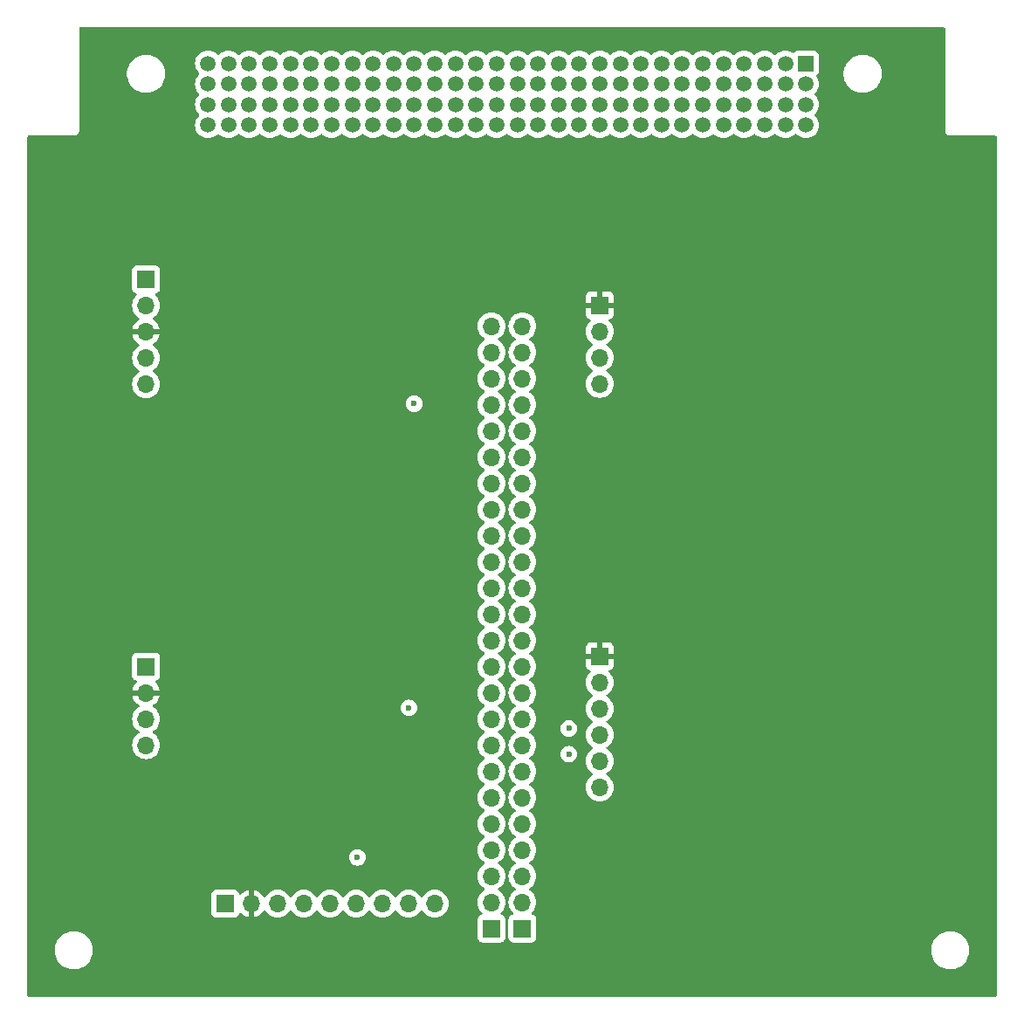
<source format=gbr>
%TF.GenerationSoftware,KiCad,Pcbnew,8.0.0*%
%TF.CreationDate,2025-01-16T04:07:06+02:00*%
%TF.ProjectId,diplomna_2024_sensors_pcb_layout,6469706c-6f6d-46e6-915f-323032345f73,rev?*%
%TF.SameCoordinates,Original*%
%TF.FileFunction,Copper,L2,Inr*%
%TF.FilePolarity,Positive*%
%FSLAX46Y46*%
G04 Gerber Fmt 4.6, Leading zero omitted, Abs format (unit mm)*
G04 Created by KiCad (PCBNEW 8.0.0) date 2025-01-16 04:07:06*
%MOMM*%
%LPD*%
G01*
G04 APERTURE LIST*
%TA.AperFunction,ComponentPad*%
%ADD10R,1.700000X1.700000*%
%TD*%
%TA.AperFunction,ComponentPad*%
%ADD11O,1.700000X1.700000*%
%TD*%
%TA.AperFunction,ComponentPad*%
%ADD12R,1.500000X1.500000*%
%TD*%
%TA.AperFunction,ComponentPad*%
%ADD13C,1.500000*%
%TD*%
%TA.AperFunction,ViaPad*%
%ADD14C,0.600000*%
%TD*%
G04 APERTURE END LIST*
D10*
%TO.N,VIN*%
%TO.C,REF\u002A\u002A*%
X176680000Y-136000000D03*
D11*
%TO.N,GND*%
X179220000Y-136000000D03*
%TO.N,EN*%
X181760000Y-136000000D03*
%TO.N,N/C*%
X184300000Y-136000000D03*
%TO.N,sck*%
X186840000Y-136000000D03*
%TO.N,miso*%
X189380000Y-136000000D03*
%TO.N,mosi*%
X191920000Y-136000000D03*
%TO.N,cs*%
X194460000Y-136000000D03*
%TO.N,RST*%
X197000000Y-136000000D03*
%TD*%
%TO.N,VIN*%
%TO.C,REF\u002A\u002A*%
X213000000Y-85580000D03*
%TO.N,RX*%
X213000000Y-83040000D03*
%TO.N,TX*%
X213000000Y-80500000D03*
D10*
%TO.N,GND*%
X213000000Y-77960000D03*
%TD*%
%TO.N,GND*%
%TO.C,REF\u002A\u002A*%
X213000000Y-112000000D03*
D11*
%TO.N,VIN*%
X213000000Y-114540000D03*
%TO.N,miso*%
X213000000Y-117080000D03*
%TO.N,mosi*%
X213000000Y-119620000D03*
%TO.N,sck*%
X213000000Y-122160000D03*
%TO.N,cs*%
X213000000Y-124700000D03*
%TD*%
D10*
%TO.N,VIN*%
%TO.C,REF\u002A\u002A*%
X169000000Y-113000000D03*
D11*
%TO.N,GND*%
X169000000Y-115540000D03*
%TO.N,SCL*%
X169000000Y-118080000D03*
%TO.N,SDA*%
X169000000Y-120620000D03*
%TD*%
D10*
%TO.N,VIN*%
%TO.C,REF\u002A\u002A*%
X169000000Y-75460000D03*
D11*
%TO.N,N/C*%
X169000000Y-78000000D03*
%TO.N,GND*%
X169000000Y-80540000D03*
%TO.N,SCL*%
X169000000Y-83080000D03*
%TO.N,SDA*%
X169000000Y-85620000D03*
%TD*%
D10*
%TO.N,N/C*%
%TO.C,REF\u002A\u002A*%
X202500000Y-138400000D03*
D11*
X202500000Y-135860000D03*
X202500000Y-133320000D03*
X202500000Y-130780000D03*
X202500000Y-128240000D03*
X202500000Y-125700000D03*
X202500000Y-123160000D03*
X202500000Y-120620000D03*
X202500000Y-118080000D03*
X202500000Y-115540000D03*
X202500000Y-113000000D03*
%TO.N,cs*%
X202500000Y-110460000D03*
X202500000Y-107920000D03*
%TO.N,N/C*%
X202500000Y-105380000D03*
X202500000Y-102840000D03*
X202500000Y-100300000D03*
X202500000Y-97760000D03*
%TO.N,miso*%
X202500000Y-95220000D03*
%TO.N,mosi*%
X202500000Y-92680000D03*
%TO.N,sck*%
X202500000Y-90140000D03*
%TO.N,N/C*%
X202500000Y-87600000D03*
%TO.N,SDA*%
X202500000Y-85060000D03*
%TO.N,SCL*%
X202500000Y-82520000D03*
%TO.N,N/C*%
X202500000Y-79980000D03*
%TD*%
D10*
%TO.N,N/C*%
%TO.C,REF\u002A\u002A*%
X205500000Y-138400000D03*
D11*
X205500000Y-135860000D03*
X205500000Y-133320000D03*
X205500000Y-130780000D03*
X205500000Y-128240000D03*
X205500000Y-125700000D03*
X205500000Y-123160000D03*
X205500000Y-120620000D03*
X205500000Y-118080000D03*
X205500000Y-115540000D03*
X205500000Y-113000000D03*
%TO.N,cs*%
X205500000Y-110460000D03*
X205500000Y-107920000D03*
%TO.N,N/C*%
X205500000Y-105380000D03*
X205500000Y-102840000D03*
X205500000Y-100300000D03*
X205500000Y-97760000D03*
%TO.N,miso*%
X205500000Y-95220000D03*
%TO.N,mosi*%
X205500000Y-92680000D03*
%TO.N,sck*%
X205500000Y-90140000D03*
%TO.N,N/C*%
X205500000Y-87600000D03*
%TO.N,SDA*%
X205500000Y-85060000D03*
%TO.N,SCL*%
X205500000Y-82520000D03*
%TO.N,N/C*%
X205500000Y-79980000D03*
%TD*%
D12*
%TO.N,N/C*%
%TO.C,J\u002A\u002A*%
X233000000Y-54500000D03*
D13*
X231000000Y-54500000D03*
X229000000Y-54500000D03*
X227000000Y-54500000D03*
X225000000Y-54500000D03*
X223000000Y-54500000D03*
X221000000Y-54500000D03*
X219000000Y-54500000D03*
X217000000Y-54500000D03*
X215000000Y-54500000D03*
X213000000Y-54500000D03*
X211000000Y-54500000D03*
X209000000Y-54500000D03*
X207000000Y-54500000D03*
X205000000Y-54500000D03*
X203000000Y-54500000D03*
X201000000Y-54500000D03*
X199000000Y-54500000D03*
X197000000Y-54500000D03*
X195000000Y-54500000D03*
X193000000Y-54500000D03*
X191000000Y-54500000D03*
X189000000Y-54500000D03*
X187000000Y-54500000D03*
X185000000Y-54500000D03*
X183000000Y-54500000D03*
X181000000Y-54500000D03*
X179000000Y-54500000D03*
X177000000Y-54500000D03*
X175000000Y-54500000D03*
X233000000Y-56500000D03*
X231000000Y-56500000D03*
X229000000Y-56500000D03*
X227000000Y-56500000D03*
X225000000Y-56500000D03*
X223000000Y-56500000D03*
X221000000Y-56500000D03*
X219000000Y-56500000D03*
X217000000Y-56500000D03*
X215000000Y-56500000D03*
X213000000Y-56500000D03*
X211000000Y-56500000D03*
X209000000Y-56500000D03*
X207000000Y-56500000D03*
X205000000Y-56500000D03*
X203000000Y-56500000D03*
X201000000Y-56500000D03*
X199000000Y-56500000D03*
X197000000Y-56500000D03*
X195000000Y-56500000D03*
X193000000Y-56500000D03*
X191000000Y-56500000D03*
X189000000Y-56500000D03*
X187000000Y-56500000D03*
X185000000Y-56500000D03*
X183000000Y-56500000D03*
X181000000Y-56500000D03*
X179000000Y-56500000D03*
X177000000Y-56500000D03*
X175000000Y-56500000D03*
X233000000Y-58500000D03*
X231000000Y-58500000D03*
X229000000Y-58500000D03*
X227000000Y-58500000D03*
X225000000Y-58500000D03*
X223000000Y-58500000D03*
X221000000Y-58500000D03*
X219000000Y-58500000D03*
X217000000Y-58500000D03*
X215000000Y-58500000D03*
X213000000Y-58500000D03*
X211000000Y-58500000D03*
X209000000Y-58500000D03*
X207000000Y-58500000D03*
X205000000Y-58500000D03*
X203000000Y-58500000D03*
X201000000Y-58500000D03*
X199000000Y-58500000D03*
X197000000Y-58500000D03*
X195000000Y-58500000D03*
X193000000Y-58500000D03*
X191000000Y-58500000D03*
X189000000Y-58500000D03*
X187000000Y-58500000D03*
X185000000Y-58500000D03*
X183000000Y-58500000D03*
X181000000Y-58500000D03*
X179000000Y-58500000D03*
X177000000Y-58500000D03*
%TO.N,VIN*%
X175000000Y-58500000D03*
%TO.N,N/C*%
X233000000Y-60500000D03*
X231000000Y-60500000D03*
X229000000Y-60500000D03*
X227000000Y-60500000D03*
X225000000Y-60500000D03*
X223000000Y-60500000D03*
X221000000Y-60500000D03*
X219000000Y-60500000D03*
X217000000Y-60500000D03*
X215000000Y-60500000D03*
X213000000Y-60500000D03*
X211000000Y-60500000D03*
X209000000Y-60500000D03*
X207000000Y-60500000D03*
X205000000Y-60500000D03*
X203000000Y-60500000D03*
X201000000Y-60500000D03*
X199000000Y-60500000D03*
%TO.N,RST*%
X197000000Y-60500000D03*
%TO.N,cs*%
X195000000Y-60500000D03*
%TO.N,N/C*%
X193000000Y-60500000D03*
X191000000Y-60500000D03*
X189000000Y-60500000D03*
%TO.N,TX*%
X187000000Y-60500000D03*
%TO.N,RX*%
X185000000Y-60500000D03*
%TO.N,N/C*%
X183000000Y-60500000D03*
X181000000Y-60500000D03*
X179000000Y-60500000D03*
X177000000Y-60500000D03*
%TO.N,VIN*%
X175000000Y-60500000D03*
%TD*%
D14*
%TO.N,cs*%
X194500000Y-117000000D03*
%TO.N,miso*%
X189500000Y-131500000D03*
%TO.N,mosi*%
X210000000Y-119000000D03*
%TO.N,sck*%
X210000000Y-121500000D03*
%TO.N,SCL*%
X195000000Y-87500000D03*
%TD*%
%TA.AperFunction,Conductor*%
%TO.N,GND*%
G36*
X246442539Y-51020185D02*
G01*
X246488294Y-51072989D01*
X246499500Y-51124500D01*
X246499500Y-61065891D01*
X246533608Y-61193187D01*
X246566554Y-61250250D01*
X246599500Y-61307314D01*
X246692686Y-61400500D01*
X246791521Y-61457563D01*
X246798510Y-61461598D01*
X246806814Y-61466392D01*
X246934108Y-61500500D01*
X247065892Y-61500500D01*
X251375500Y-61500500D01*
X251442539Y-61520185D01*
X251488294Y-61572989D01*
X251499500Y-61624500D01*
X251499500Y-144875500D01*
X251479815Y-144942539D01*
X251427011Y-144988294D01*
X251375500Y-144999500D01*
X157624500Y-144999500D01*
X157557461Y-144979815D01*
X157511706Y-144927011D01*
X157500500Y-144875500D01*
X157500500Y-140621288D01*
X160149500Y-140621288D01*
X160181161Y-140861785D01*
X160243947Y-141096104D01*
X160336773Y-141320205D01*
X160336776Y-141320212D01*
X160458064Y-141530289D01*
X160458066Y-141530292D01*
X160458067Y-141530293D01*
X160605733Y-141722736D01*
X160605739Y-141722743D01*
X160777256Y-141894260D01*
X160777262Y-141894265D01*
X160969711Y-142041936D01*
X161179788Y-142163224D01*
X161403900Y-142256054D01*
X161638211Y-142318838D01*
X161818586Y-142342584D01*
X161878711Y-142350500D01*
X161878712Y-142350500D01*
X162121289Y-142350500D01*
X162169388Y-142344167D01*
X162361789Y-142318838D01*
X162596100Y-142256054D01*
X162820212Y-142163224D01*
X163030289Y-142041936D01*
X163222738Y-141894265D01*
X163394265Y-141722738D01*
X163541936Y-141530289D01*
X163663224Y-141320212D01*
X163756054Y-141096100D01*
X163818838Y-140861789D01*
X163850500Y-140621288D01*
X245149500Y-140621288D01*
X245181161Y-140861785D01*
X245243947Y-141096104D01*
X245336773Y-141320205D01*
X245336776Y-141320212D01*
X245458064Y-141530289D01*
X245458066Y-141530292D01*
X245458067Y-141530293D01*
X245605733Y-141722736D01*
X245605739Y-141722743D01*
X245777256Y-141894260D01*
X245777262Y-141894265D01*
X245969711Y-142041936D01*
X246179788Y-142163224D01*
X246403900Y-142256054D01*
X246638211Y-142318838D01*
X246818586Y-142342584D01*
X246878711Y-142350500D01*
X246878712Y-142350500D01*
X247121289Y-142350500D01*
X247169388Y-142344167D01*
X247361789Y-142318838D01*
X247596100Y-142256054D01*
X247820212Y-142163224D01*
X248030289Y-142041936D01*
X248222738Y-141894265D01*
X248394265Y-141722738D01*
X248541936Y-141530289D01*
X248663224Y-141320212D01*
X248756054Y-141096100D01*
X248818838Y-140861789D01*
X248850500Y-140621288D01*
X248850500Y-140378712D01*
X248818838Y-140138211D01*
X248756054Y-139903900D01*
X248663224Y-139679788D01*
X248541936Y-139469711D01*
X248410083Y-139297876D01*
X248394266Y-139277263D01*
X248394260Y-139277256D01*
X248222743Y-139105739D01*
X248222736Y-139105733D01*
X248030293Y-138958067D01*
X248030292Y-138958066D01*
X248030289Y-138958064D01*
X247820212Y-138836776D01*
X247820205Y-138836773D01*
X247596104Y-138743947D01*
X247361785Y-138681161D01*
X247121289Y-138649500D01*
X247121288Y-138649500D01*
X246878712Y-138649500D01*
X246878711Y-138649500D01*
X246638214Y-138681161D01*
X246403895Y-138743947D01*
X246179794Y-138836773D01*
X246179785Y-138836777D01*
X245969706Y-138958067D01*
X245777263Y-139105733D01*
X245777256Y-139105739D01*
X245605739Y-139277256D01*
X245605733Y-139277263D01*
X245458067Y-139469706D01*
X245336777Y-139679785D01*
X245336773Y-139679794D01*
X245243947Y-139903895D01*
X245181161Y-140138214D01*
X245149500Y-140378711D01*
X245149500Y-140621288D01*
X163850500Y-140621288D01*
X163850500Y-140378712D01*
X163818838Y-140138211D01*
X163756054Y-139903900D01*
X163663224Y-139679788D01*
X163541936Y-139469711D01*
X163410083Y-139297876D01*
X163394266Y-139277263D01*
X163394260Y-139277256D01*
X163222743Y-139105739D01*
X163222736Y-139105733D01*
X163030293Y-138958067D01*
X163030292Y-138958066D01*
X163030289Y-138958064D01*
X162820212Y-138836776D01*
X162820205Y-138836773D01*
X162596104Y-138743947D01*
X162361785Y-138681161D01*
X162121289Y-138649500D01*
X162121288Y-138649500D01*
X161878712Y-138649500D01*
X161878711Y-138649500D01*
X161638214Y-138681161D01*
X161403895Y-138743947D01*
X161179794Y-138836773D01*
X161179785Y-138836777D01*
X160969706Y-138958067D01*
X160777263Y-139105733D01*
X160777256Y-139105739D01*
X160605739Y-139277256D01*
X160605733Y-139277263D01*
X160458067Y-139469706D01*
X160336777Y-139679785D01*
X160336773Y-139679794D01*
X160243947Y-139903895D01*
X160181161Y-140138214D01*
X160149500Y-140378711D01*
X160149500Y-140621288D01*
X157500500Y-140621288D01*
X157500500Y-136897870D01*
X175329500Y-136897870D01*
X175329501Y-136897876D01*
X175335908Y-136957483D01*
X175386202Y-137092328D01*
X175386206Y-137092335D01*
X175472452Y-137207544D01*
X175472455Y-137207547D01*
X175587664Y-137293793D01*
X175587671Y-137293797D01*
X175722517Y-137344091D01*
X175722516Y-137344091D01*
X175729444Y-137344835D01*
X175782127Y-137350500D01*
X177577872Y-137350499D01*
X177637483Y-137344091D01*
X177772331Y-137293796D01*
X177887546Y-137207546D01*
X177973796Y-137092331D01*
X178023002Y-136960401D01*
X178064872Y-136904468D01*
X178130337Y-136880050D01*
X178198610Y-136894901D01*
X178226865Y-136916053D01*
X178348917Y-137038105D01*
X178542421Y-137173600D01*
X178756507Y-137273429D01*
X178756516Y-137273433D01*
X178970000Y-137330634D01*
X178970000Y-136433012D01*
X179027007Y-136465925D01*
X179154174Y-136500000D01*
X179285826Y-136500000D01*
X179412993Y-136465925D01*
X179470000Y-136433012D01*
X179470000Y-137330633D01*
X179683483Y-137273433D01*
X179683492Y-137273429D01*
X179897578Y-137173600D01*
X180091082Y-137038105D01*
X180258105Y-136871082D01*
X180388119Y-136685405D01*
X180442696Y-136641781D01*
X180512195Y-136634588D01*
X180574549Y-136666110D01*
X180591269Y-136685405D01*
X180721505Y-136871401D01*
X180888599Y-137038495D01*
X180985295Y-137106202D01*
X181082165Y-137174032D01*
X181082167Y-137174033D01*
X181082170Y-137174035D01*
X181296337Y-137273903D01*
X181524592Y-137335063D01*
X181701034Y-137350500D01*
X181759999Y-137355659D01*
X181760000Y-137355659D01*
X181760001Y-137355659D01*
X181818966Y-137350500D01*
X181995408Y-137335063D01*
X182223663Y-137273903D01*
X182437830Y-137174035D01*
X182631401Y-137038495D01*
X182798495Y-136871401D01*
X182928425Y-136685842D01*
X182983002Y-136642217D01*
X183052500Y-136635023D01*
X183114855Y-136666546D01*
X183131575Y-136685842D01*
X183261500Y-136871395D01*
X183261505Y-136871401D01*
X183428599Y-137038495D01*
X183525295Y-137106202D01*
X183622165Y-137174032D01*
X183622167Y-137174033D01*
X183622170Y-137174035D01*
X183836337Y-137273903D01*
X184064592Y-137335063D01*
X184241034Y-137350500D01*
X184299999Y-137355659D01*
X184300000Y-137355659D01*
X184300001Y-137355659D01*
X184358966Y-137350500D01*
X184535408Y-137335063D01*
X184763663Y-137273903D01*
X184977830Y-137174035D01*
X185171401Y-137038495D01*
X185338495Y-136871401D01*
X185468425Y-136685842D01*
X185523002Y-136642217D01*
X185592500Y-136635023D01*
X185654855Y-136666546D01*
X185671575Y-136685842D01*
X185801500Y-136871395D01*
X185801505Y-136871401D01*
X185968599Y-137038495D01*
X186065295Y-137106202D01*
X186162165Y-137174032D01*
X186162167Y-137174033D01*
X186162170Y-137174035D01*
X186376337Y-137273903D01*
X186604592Y-137335063D01*
X186781034Y-137350500D01*
X186839999Y-137355659D01*
X186840000Y-137355659D01*
X186840001Y-137355659D01*
X186898966Y-137350500D01*
X187075408Y-137335063D01*
X187303663Y-137273903D01*
X187517830Y-137174035D01*
X187711401Y-137038495D01*
X187878495Y-136871401D01*
X188008425Y-136685842D01*
X188063002Y-136642217D01*
X188132500Y-136635023D01*
X188194855Y-136666546D01*
X188211575Y-136685842D01*
X188341500Y-136871395D01*
X188341505Y-136871401D01*
X188508599Y-137038495D01*
X188605295Y-137106202D01*
X188702165Y-137174032D01*
X188702167Y-137174033D01*
X188702170Y-137174035D01*
X188916337Y-137273903D01*
X189144592Y-137335063D01*
X189321034Y-137350500D01*
X189379999Y-137355659D01*
X189380000Y-137355659D01*
X189380001Y-137355659D01*
X189438966Y-137350500D01*
X189615408Y-137335063D01*
X189843663Y-137273903D01*
X190057830Y-137174035D01*
X190251401Y-137038495D01*
X190418495Y-136871401D01*
X190548425Y-136685842D01*
X190603002Y-136642217D01*
X190672500Y-136635023D01*
X190734855Y-136666546D01*
X190751575Y-136685842D01*
X190881500Y-136871395D01*
X190881505Y-136871401D01*
X191048599Y-137038495D01*
X191145295Y-137106202D01*
X191242165Y-137174032D01*
X191242167Y-137174033D01*
X191242170Y-137174035D01*
X191456337Y-137273903D01*
X191684592Y-137335063D01*
X191861034Y-137350500D01*
X191919999Y-137355659D01*
X191920000Y-137355659D01*
X191920001Y-137355659D01*
X191978966Y-137350500D01*
X192155408Y-137335063D01*
X192383663Y-137273903D01*
X192597830Y-137174035D01*
X192791401Y-137038495D01*
X192958495Y-136871401D01*
X193088425Y-136685842D01*
X193143002Y-136642217D01*
X193212500Y-136635023D01*
X193274855Y-136666546D01*
X193291575Y-136685842D01*
X193421500Y-136871395D01*
X193421505Y-136871401D01*
X193588599Y-137038495D01*
X193685295Y-137106202D01*
X193782165Y-137174032D01*
X193782167Y-137174033D01*
X193782170Y-137174035D01*
X193996337Y-137273903D01*
X194224592Y-137335063D01*
X194401034Y-137350500D01*
X194459999Y-137355659D01*
X194460000Y-137355659D01*
X194460001Y-137355659D01*
X194518966Y-137350500D01*
X194695408Y-137335063D01*
X194923663Y-137273903D01*
X195137830Y-137174035D01*
X195331401Y-137038495D01*
X195498495Y-136871401D01*
X195628425Y-136685842D01*
X195683002Y-136642217D01*
X195752500Y-136635023D01*
X195814855Y-136666546D01*
X195831575Y-136685842D01*
X195961500Y-136871395D01*
X195961505Y-136871401D01*
X196128599Y-137038495D01*
X196225295Y-137106202D01*
X196322165Y-137174032D01*
X196322167Y-137174033D01*
X196322170Y-137174035D01*
X196536337Y-137273903D01*
X196764592Y-137335063D01*
X196941034Y-137350500D01*
X196999999Y-137355659D01*
X197000000Y-137355659D01*
X197000001Y-137355659D01*
X197058966Y-137350500D01*
X197235408Y-137335063D01*
X197463663Y-137273903D01*
X197677830Y-137174035D01*
X197871401Y-137038495D01*
X198038495Y-136871401D01*
X198174035Y-136677830D01*
X198273903Y-136463663D01*
X198335063Y-136235408D01*
X198355659Y-136000000D01*
X198343410Y-135860000D01*
X201144341Y-135860000D01*
X201164936Y-136095403D01*
X201164938Y-136095413D01*
X201226094Y-136323655D01*
X201226096Y-136323659D01*
X201226097Y-136323663D01*
X201261740Y-136400099D01*
X201325965Y-136537830D01*
X201325967Y-136537834D01*
X201415788Y-136666110D01*
X201461501Y-136731396D01*
X201461506Y-136731402D01*
X201583430Y-136853326D01*
X201616915Y-136914649D01*
X201611931Y-136984341D01*
X201570059Y-137040274D01*
X201539083Y-137057189D01*
X201407669Y-137106203D01*
X201407664Y-137106206D01*
X201292455Y-137192452D01*
X201292452Y-137192455D01*
X201206206Y-137307664D01*
X201206202Y-137307671D01*
X201155908Y-137442517D01*
X201149501Y-137502116D01*
X201149501Y-137502123D01*
X201149500Y-137502135D01*
X201149500Y-139297870D01*
X201149501Y-139297876D01*
X201155908Y-139357483D01*
X201206202Y-139492328D01*
X201206206Y-139492335D01*
X201292452Y-139607544D01*
X201292455Y-139607547D01*
X201407664Y-139693793D01*
X201407671Y-139693797D01*
X201542517Y-139744091D01*
X201542516Y-139744091D01*
X201549444Y-139744835D01*
X201602127Y-139750500D01*
X203397872Y-139750499D01*
X203457483Y-139744091D01*
X203592331Y-139693796D01*
X203707546Y-139607546D01*
X203793796Y-139492331D01*
X203844091Y-139357483D01*
X203850500Y-139297873D01*
X203850499Y-137502128D01*
X203844091Y-137442517D01*
X203804013Y-137335063D01*
X203793797Y-137307671D01*
X203793793Y-137307664D01*
X203707547Y-137192455D01*
X203707544Y-137192452D01*
X203592335Y-137106206D01*
X203592328Y-137106202D01*
X203460917Y-137057189D01*
X203404983Y-137015318D01*
X203380566Y-136949853D01*
X203395418Y-136881580D01*
X203416563Y-136853332D01*
X203538495Y-136731401D01*
X203674035Y-136537830D01*
X203773903Y-136323663D01*
X203835063Y-136095408D01*
X203855659Y-135860000D01*
X204144341Y-135860000D01*
X204164936Y-136095403D01*
X204164938Y-136095413D01*
X204226094Y-136323655D01*
X204226096Y-136323659D01*
X204226097Y-136323663D01*
X204261740Y-136400099D01*
X204325965Y-136537830D01*
X204325967Y-136537834D01*
X204415788Y-136666110D01*
X204461501Y-136731396D01*
X204461506Y-136731402D01*
X204583430Y-136853326D01*
X204616915Y-136914649D01*
X204611931Y-136984341D01*
X204570059Y-137040274D01*
X204539083Y-137057189D01*
X204407669Y-137106203D01*
X204407664Y-137106206D01*
X204292455Y-137192452D01*
X204292452Y-137192455D01*
X204206206Y-137307664D01*
X204206202Y-137307671D01*
X204155908Y-137442517D01*
X204149501Y-137502116D01*
X204149501Y-137502123D01*
X204149500Y-137502135D01*
X204149500Y-139297870D01*
X204149501Y-139297876D01*
X204155908Y-139357483D01*
X204206202Y-139492328D01*
X204206206Y-139492335D01*
X204292452Y-139607544D01*
X204292455Y-139607547D01*
X204407664Y-139693793D01*
X204407671Y-139693797D01*
X204542517Y-139744091D01*
X204542516Y-139744091D01*
X204549444Y-139744835D01*
X204602127Y-139750500D01*
X206397872Y-139750499D01*
X206457483Y-139744091D01*
X206592331Y-139693796D01*
X206707546Y-139607546D01*
X206793796Y-139492331D01*
X206844091Y-139357483D01*
X206850500Y-139297873D01*
X206850499Y-137502128D01*
X206844091Y-137442517D01*
X206804013Y-137335063D01*
X206793797Y-137307671D01*
X206793793Y-137307664D01*
X206707547Y-137192455D01*
X206707544Y-137192452D01*
X206592335Y-137106206D01*
X206592328Y-137106202D01*
X206460917Y-137057189D01*
X206404983Y-137015318D01*
X206380566Y-136949853D01*
X206395418Y-136881580D01*
X206416563Y-136853332D01*
X206538495Y-136731401D01*
X206674035Y-136537830D01*
X206773903Y-136323663D01*
X206835063Y-136095408D01*
X206855659Y-135860000D01*
X206835063Y-135624592D01*
X206773903Y-135396337D01*
X206674035Y-135182171D01*
X206636749Y-135128920D01*
X206538494Y-134988597D01*
X206371402Y-134821506D01*
X206371396Y-134821501D01*
X206185842Y-134691575D01*
X206142217Y-134636998D01*
X206135023Y-134567500D01*
X206166546Y-134505145D01*
X206185842Y-134488425D01*
X206208026Y-134472891D01*
X206371401Y-134358495D01*
X206538495Y-134191401D01*
X206674035Y-133997830D01*
X206773903Y-133783663D01*
X206835063Y-133555408D01*
X206855659Y-133320000D01*
X206835063Y-133084592D01*
X206773903Y-132856337D01*
X206674035Y-132642171D01*
X206538495Y-132448599D01*
X206538494Y-132448597D01*
X206371402Y-132281506D01*
X206371396Y-132281501D01*
X206185842Y-132151575D01*
X206142217Y-132096998D01*
X206135023Y-132027500D01*
X206166546Y-131965145D01*
X206185842Y-131948425D01*
X206327088Y-131849523D01*
X206371401Y-131818495D01*
X206538495Y-131651401D01*
X206674035Y-131457830D01*
X206773903Y-131243663D01*
X206835063Y-131015408D01*
X206855659Y-130780000D01*
X206835063Y-130544592D01*
X206773903Y-130316337D01*
X206674035Y-130102171D01*
X206538495Y-129908599D01*
X206538494Y-129908597D01*
X206371402Y-129741506D01*
X206371396Y-129741501D01*
X206185842Y-129611575D01*
X206142217Y-129556998D01*
X206135023Y-129487500D01*
X206166546Y-129425145D01*
X206185842Y-129408425D01*
X206208026Y-129392891D01*
X206371401Y-129278495D01*
X206538495Y-129111401D01*
X206674035Y-128917830D01*
X206773903Y-128703663D01*
X206835063Y-128475408D01*
X206855659Y-128240000D01*
X206835063Y-128004592D01*
X206773903Y-127776337D01*
X206674035Y-127562171D01*
X206538495Y-127368599D01*
X206538494Y-127368597D01*
X206371402Y-127201506D01*
X206371396Y-127201501D01*
X206185842Y-127071575D01*
X206142217Y-127016998D01*
X206135023Y-126947500D01*
X206166546Y-126885145D01*
X206185842Y-126868425D01*
X206208026Y-126852891D01*
X206371401Y-126738495D01*
X206538495Y-126571401D01*
X206674035Y-126377830D01*
X206773903Y-126163663D01*
X206835063Y-125935408D01*
X206855659Y-125700000D01*
X206835063Y-125464592D01*
X206773903Y-125236337D01*
X206674035Y-125022171D01*
X206613284Y-124935408D01*
X206538494Y-124828597D01*
X206409896Y-124700000D01*
X211644341Y-124700000D01*
X211664936Y-124935403D01*
X211664938Y-124935413D01*
X211726094Y-125163655D01*
X211726096Y-125163659D01*
X211726097Y-125163663D01*
X211759985Y-125236335D01*
X211825965Y-125377830D01*
X211825967Y-125377834D01*
X211886712Y-125464586D01*
X211961505Y-125571401D01*
X212128599Y-125738495D01*
X212225384Y-125806265D01*
X212322165Y-125874032D01*
X212322167Y-125874033D01*
X212322170Y-125874035D01*
X212536337Y-125973903D01*
X212764592Y-126035063D01*
X212952918Y-126051539D01*
X212999999Y-126055659D01*
X213000000Y-126055659D01*
X213000001Y-126055659D01*
X213039234Y-126052226D01*
X213235408Y-126035063D01*
X213463663Y-125973903D01*
X213677830Y-125874035D01*
X213871401Y-125738495D01*
X214038495Y-125571401D01*
X214174035Y-125377830D01*
X214273903Y-125163663D01*
X214335063Y-124935408D01*
X214355659Y-124700000D01*
X214335063Y-124464592D01*
X214273903Y-124236337D01*
X214174035Y-124022171D01*
X214044962Y-123837834D01*
X214038494Y-123828597D01*
X213871402Y-123661506D01*
X213871396Y-123661501D01*
X213685842Y-123531575D01*
X213642217Y-123476998D01*
X213635023Y-123407500D01*
X213666546Y-123345145D01*
X213685842Y-123328425D01*
X213708026Y-123312891D01*
X213871401Y-123198495D01*
X214038495Y-123031401D01*
X214174035Y-122837830D01*
X214273903Y-122623663D01*
X214335063Y-122395408D01*
X214355659Y-122160000D01*
X214335063Y-121924592D01*
X214273903Y-121696337D01*
X214174035Y-121482171D01*
X214061008Y-121320750D01*
X214038494Y-121288597D01*
X213871402Y-121121506D01*
X213871396Y-121121501D01*
X213685842Y-120991575D01*
X213642217Y-120936998D01*
X213635023Y-120867500D01*
X213666546Y-120805145D01*
X213685842Y-120788425D01*
X213791229Y-120714632D01*
X213871401Y-120658495D01*
X214038495Y-120491401D01*
X214174035Y-120297830D01*
X214273903Y-120083663D01*
X214335063Y-119855408D01*
X214355659Y-119620000D01*
X214335063Y-119384592D01*
X214273903Y-119156337D01*
X214174035Y-118942171D01*
X214089016Y-118820750D01*
X214038494Y-118748597D01*
X213871402Y-118581506D01*
X213871396Y-118581501D01*
X213685842Y-118451575D01*
X213642217Y-118396998D01*
X213635023Y-118327500D01*
X213666546Y-118265145D01*
X213685842Y-118248425D01*
X213734106Y-118214630D01*
X213871401Y-118118495D01*
X214038495Y-117951401D01*
X214174035Y-117757830D01*
X214273903Y-117543663D01*
X214335063Y-117315408D01*
X214355659Y-117080000D01*
X214335063Y-116844592D01*
X214273903Y-116616337D01*
X214174035Y-116402171D01*
X214044962Y-116217834D01*
X214038494Y-116208597D01*
X213871402Y-116041506D01*
X213871396Y-116041501D01*
X213685842Y-115911575D01*
X213642217Y-115856998D01*
X213635023Y-115787500D01*
X213666546Y-115725145D01*
X213685842Y-115708425D01*
X213832368Y-115605826D01*
X213871401Y-115578495D01*
X214038495Y-115411401D01*
X214174035Y-115217830D01*
X214273903Y-115003663D01*
X214335063Y-114775408D01*
X214355659Y-114540000D01*
X214335063Y-114304592D01*
X214273903Y-114076337D01*
X214174035Y-113862171D01*
X214044961Y-113677834D01*
X214038496Y-113668600D01*
X214038495Y-113668599D01*
X213916179Y-113546283D01*
X213882696Y-113484963D01*
X213887680Y-113415271D01*
X213929551Y-113359337D01*
X213960529Y-113342422D01*
X214092086Y-113293354D01*
X214092093Y-113293350D01*
X214207187Y-113207190D01*
X214207190Y-113207187D01*
X214293350Y-113092093D01*
X214293354Y-113092086D01*
X214343596Y-112957379D01*
X214343598Y-112957372D01*
X214349999Y-112897844D01*
X214350000Y-112897827D01*
X214350000Y-112250000D01*
X213433012Y-112250000D01*
X213465925Y-112192993D01*
X213500000Y-112065826D01*
X213500000Y-111934174D01*
X213465925Y-111807007D01*
X213433012Y-111750000D01*
X214350000Y-111750000D01*
X214350000Y-111102172D01*
X214349999Y-111102155D01*
X214343598Y-111042627D01*
X214343596Y-111042620D01*
X214293354Y-110907913D01*
X214293350Y-110907906D01*
X214207190Y-110792812D01*
X214207187Y-110792809D01*
X214092093Y-110706649D01*
X214092086Y-110706645D01*
X213957379Y-110656403D01*
X213957372Y-110656401D01*
X213897844Y-110650000D01*
X213250000Y-110650000D01*
X213250000Y-111566988D01*
X213192993Y-111534075D01*
X213065826Y-111500000D01*
X212934174Y-111500000D01*
X212807007Y-111534075D01*
X212750000Y-111566988D01*
X212750000Y-110650000D01*
X212102155Y-110650000D01*
X212042627Y-110656401D01*
X212042620Y-110656403D01*
X211907913Y-110706645D01*
X211907906Y-110706649D01*
X211792812Y-110792809D01*
X211792809Y-110792812D01*
X211706649Y-110907906D01*
X211706645Y-110907913D01*
X211656403Y-111042620D01*
X211656401Y-111042627D01*
X211650000Y-111102155D01*
X211650000Y-111750000D01*
X212566988Y-111750000D01*
X212534075Y-111807007D01*
X212500000Y-111934174D01*
X212500000Y-112065826D01*
X212534075Y-112192993D01*
X212566988Y-112250000D01*
X211650000Y-112250000D01*
X211650000Y-112897844D01*
X211656401Y-112957372D01*
X211656403Y-112957379D01*
X211706645Y-113092086D01*
X211706649Y-113092093D01*
X211792809Y-113207187D01*
X211792812Y-113207190D01*
X211907906Y-113293350D01*
X211907913Y-113293354D01*
X212039470Y-113342421D01*
X212095403Y-113384292D01*
X212119821Y-113449756D01*
X212104970Y-113518029D01*
X212083819Y-113546284D01*
X211961503Y-113668600D01*
X211825965Y-113862169D01*
X211825964Y-113862171D01*
X211726098Y-114076335D01*
X211726094Y-114076344D01*
X211664938Y-114304586D01*
X211664936Y-114304596D01*
X211644341Y-114539999D01*
X211644341Y-114540000D01*
X211664936Y-114775403D01*
X211664938Y-114775413D01*
X211726094Y-115003655D01*
X211726096Y-115003659D01*
X211726097Y-115003663D01*
X211758931Y-115074075D01*
X211825965Y-115217830D01*
X211825967Y-115217834D01*
X211961501Y-115411395D01*
X211961506Y-115411402D01*
X212128597Y-115578493D01*
X212128603Y-115578498D01*
X212314158Y-115708425D01*
X212357783Y-115763002D01*
X212364977Y-115832500D01*
X212333454Y-115894855D01*
X212314158Y-115911575D01*
X212128597Y-116041505D01*
X211961505Y-116208597D01*
X211825965Y-116402169D01*
X211825964Y-116402171D01*
X211726098Y-116616335D01*
X211726094Y-116616344D01*
X211664938Y-116844586D01*
X211664936Y-116844596D01*
X211644341Y-117079999D01*
X211644341Y-117080000D01*
X211664936Y-117315403D01*
X211664938Y-117315413D01*
X211726094Y-117543655D01*
X211726096Y-117543659D01*
X211726097Y-117543663D01*
X211766271Y-117629816D01*
X211825965Y-117757830D01*
X211825967Y-117757834D01*
X211961501Y-117951395D01*
X211961506Y-117951402D01*
X212128597Y-118118493D01*
X212128603Y-118118498D01*
X212314158Y-118248425D01*
X212357783Y-118303002D01*
X212364977Y-118372500D01*
X212333454Y-118434855D01*
X212314158Y-118451575D01*
X212128597Y-118581505D01*
X211961505Y-118748597D01*
X211825965Y-118942169D01*
X211825964Y-118942171D01*
X211726098Y-119156335D01*
X211726094Y-119156344D01*
X211664938Y-119384586D01*
X211664936Y-119384596D01*
X211644341Y-119619999D01*
X211644341Y-119620000D01*
X211664936Y-119855403D01*
X211664938Y-119855413D01*
X211726094Y-120083655D01*
X211726096Y-120083659D01*
X211726097Y-120083663D01*
X211759985Y-120156335D01*
X211825965Y-120297830D01*
X211825967Y-120297834D01*
X211961501Y-120491395D01*
X211961506Y-120491402D01*
X212128597Y-120658493D01*
X212128603Y-120658498D01*
X212314158Y-120788425D01*
X212357783Y-120843002D01*
X212364977Y-120912500D01*
X212333454Y-120974855D01*
X212314158Y-120991575D01*
X212128597Y-121121505D01*
X211961505Y-121288597D01*
X211825965Y-121482169D01*
X211825964Y-121482171D01*
X211726098Y-121696335D01*
X211726094Y-121696344D01*
X211664938Y-121924586D01*
X211664936Y-121924596D01*
X211644341Y-122159999D01*
X211644341Y-122160000D01*
X211664936Y-122395403D01*
X211664938Y-122395413D01*
X211726094Y-122623655D01*
X211726096Y-122623659D01*
X211726097Y-122623663D01*
X211759985Y-122696335D01*
X211825965Y-122837830D01*
X211825967Y-122837834D01*
X211961501Y-123031395D01*
X211961506Y-123031402D01*
X212128597Y-123198493D01*
X212128603Y-123198498D01*
X212314158Y-123328425D01*
X212357783Y-123383002D01*
X212364977Y-123452500D01*
X212333454Y-123514855D01*
X212314158Y-123531575D01*
X212128597Y-123661505D01*
X211961505Y-123828597D01*
X211825965Y-124022169D01*
X211825964Y-124022171D01*
X211726098Y-124236335D01*
X211726094Y-124236344D01*
X211664938Y-124464586D01*
X211664936Y-124464596D01*
X211644341Y-124699999D01*
X211644341Y-124700000D01*
X206409896Y-124700000D01*
X206371402Y-124661506D01*
X206371396Y-124661501D01*
X206185842Y-124531575D01*
X206142217Y-124476998D01*
X206135023Y-124407500D01*
X206166546Y-124345145D01*
X206185842Y-124328425D01*
X206317357Y-124236337D01*
X206371401Y-124198495D01*
X206538495Y-124031401D01*
X206674035Y-123837830D01*
X206773903Y-123623663D01*
X206835063Y-123395408D01*
X206855659Y-123160000D01*
X206835063Y-122924592D01*
X206773903Y-122696337D01*
X206674035Y-122482171D01*
X206613284Y-122395408D01*
X206538494Y-122288597D01*
X206371402Y-122121506D01*
X206371396Y-122121501D01*
X206185842Y-121991575D01*
X206142217Y-121936998D01*
X206135023Y-121867500D01*
X206166546Y-121805145D01*
X206185842Y-121788425D01*
X206317357Y-121696337D01*
X206371401Y-121658495D01*
X206529893Y-121500003D01*
X209194435Y-121500003D01*
X209214630Y-121679249D01*
X209214631Y-121679254D01*
X209274211Y-121849523D01*
X209340527Y-121955063D01*
X209370184Y-122002262D01*
X209497738Y-122129816D01*
X209650478Y-122225789D01*
X209820745Y-122285368D01*
X209820750Y-122285369D01*
X209999996Y-122305565D01*
X210000000Y-122305565D01*
X210000004Y-122305565D01*
X210179249Y-122285369D01*
X210179252Y-122285368D01*
X210179255Y-122285368D01*
X210349522Y-122225789D01*
X210502262Y-122129816D01*
X210629816Y-122002262D01*
X210725789Y-121849522D01*
X210785368Y-121679255D01*
X210787707Y-121658495D01*
X210805565Y-121500003D01*
X210805565Y-121499996D01*
X210785369Y-121320750D01*
X210785368Y-121320745D01*
X210725788Y-121150476D01*
X210629815Y-120997737D01*
X210502262Y-120870184D01*
X210349523Y-120774211D01*
X210179254Y-120714631D01*
X210179249Y-120714630D01*
X210000004Y-120694435D01*
X209999996Y-120694435D01*
X209820750Y-120714630D01*
X209820745Y-120714631D01*
X209650476Y-120774211D01*
X209497737Y-120870184D01*
X209370184Y-120997737D01*
X209274211Y-121150476D01*
X209214631Y-121320745D01*
X209214630Y-121320750D01*
X209194435Y-121499996D01*
X209194435Y-121500003D01*
X206529893Y-121500003D01*
X206538495Y-121491401D01*
X206674035Y-121297830D01*
X206773903Y-121083663D01*
X206835063Y-120855408D01*
X206855659Y-120620000D01*
X206835063Y-120384592D01*
X206773903Y-120156337D01*
X206674035Y-119942171D01*
X206613284Y-119855408D01*
X206538494Y-119748597D01*
X206371402Y-119581506D01*
X206371396Y-119581501D01*
X206185842Y-119451575D01*
X206142217Y-119396998D01*
X206135023Y-119327500D01*
X206166546Y-119265145D01*
X206185842Y-119248425D01*
X206208026Y-119232891D01*
X206371401Y-119118495D01*
X206489893Y-119000003D01*
X209194435Y-119000003D01*
X209214630Y-119179249D01*
X209214631Y-119179254D01*
X209274211Y-119349523D01*
X209296249Y-119384596D01*
X209370184Y-119502262D01*
X209497738Y-119629816D01*
X209650478Y-119725789D01*
X209820745Y-119785368D01*
X209820750Y-119785369D01*
X209999996Y-119805565D01*
X210000000Y-119805565D01*
X210000004Y-119805565D01*
X210179249Y-119785369D01*
X210179252Y-119785368D01*
X210179255Y-119785368D01*
X210349522Y-119725789D01*
X210502262Y-119629816D01*
X210629816Y-119502262D01*
X210725789Y-119349522D01*
X210785368Y-119179255D01*
X210785369Y-119179249D01*
X210805565Y-119000003D01*
X210805565Y-118999996D01*
X210785369Y-118820750D01*
X210785368Y-118820745D01*
X210725788Y-118650476D01*
X210658673Y-118543664D01*
X210629816Y-118497738D01*
X210502262Y-118370184D01*
X210349523Y-118274211D01*
X210179254Y-118214631D01*
X210179249Y-118214630D01*
X210000004Y-118194435D01*
X209999996Y-118194435D01*
X209820750Y-118214630D01*
X209820745Y-118214631D01*
X209650476Y-118274211D01*
X209497737Y-118370184D01*
X209370184Y-118497737D01*
X209274211Y-118650476D01*
X209214631Y-118820745D01*
X209214630Y-118820750D01*
X209194435Y-118999996D01*
X209194435Y-119000003D01*
X206489893Y-119000003D01*
X206538495Y-118951401D01*
X206674035Y-118757830D01*
X206773903Y-118543663D01*
X206835063Y-118315408D01*
X206855659Y-118080000D01*
X206835063Y-117844592D01*
X206773903Y-117616337D01*
X206674035Y-117402171D01*
X206613284Y-117315408D01*
X206538494Y-117208597D01*
X206371402Y-117041506D01*
X206371396Y-117041501D01*
X206185842Y-116911575D01*
X206142217Y-116856998D01*
X206135023Y-116787500D01*
X206166546Y-116725145D01*
X206185842Y-116708425D01*
X206208026Y-116692891D01*
X206371401Y-116578495D01*
X206538495Y-116411401D01*
X206674035Y-116217830D01*
X206773903Y-116003663D01*
X206835063Y-115775408D01*
X206855659Y-115540000D01*
X206835063Y-115304592D01*
X206773903Y-115076337D01*
X206674035Y-114862171D01*
X206613284Y-114775408D01*
X206538494Y-114668597D01*
X206371402Y-114501506D01*
X206371396Y-114501501D01*
X206185842Y-114371575D01*
X206142217Y-114316998D01*
X206135023Y-114247500D01*
X206166546Y-114185145D01*
X206185842Y-114168425D01*
X206208026Y-114152891D01*
X206371401Y-114038495D01*
X206538495Y-113871401D01*
X206674035Y-113677830D01*
X206773903Y-113463663D01*
X206835063Y-113235408D01*
X206855659Y-113000000D01*
X206835063Y-112764592D01*
X206773903Y-112536337D01*
X206674035Y-112322171D01*
X206538495Y-112128599D01*
X206538494Y-112128597D01*
X206371402Y-111961506D01*
X206371396Y-111961501D01*
X206185842Y-111831575D01*
X206142217Y-111776998D01*
X206135023Y-111707500D01*
X206166546Y-111645145D01*
X206185842Y-111628425D01*
X206226578Y-111599901D01*
X206371401Y-111498495D01*
X206538495Y-111331401D01*
X206674035Y-111137830D01*
X206773903Y-110923663D01*
X206835063Y-110695408D01*
X206855659Y-110460000D01*
X206835063Y-110224592D01*
X206773903Y-109996337D01*
X206674035Y-109782171D01*
X206538495Y-109588599D01*
X206538494Y-109588597D01*
X206371402Y-109421506D01*
X206371396Y-109421501D01*
X206185842Y-109291575D01*
X206142217Y-109236998D01*
X206135023Y-109167500D01*
X206166546Y-109105145D01*
X206185842Y-109088425D01*
X206208026Y-109072891D01*
X206371401Y-108958495D01*
X206538495Y-108791401D01*
X206674035Y-108597830D01*
X206773903Y-108383663D01*
X206835063Y-108155408D01*
X206855659Y-107920000D01*
X206835063Y-107684592D01*
X206773903Y-107456337D01*
X206674035Y-107242171D01*
X206538495Y-107048599D01*
X206538494Y-107048597D01*
X206371402Y-106881506D01*
X206371396Y-106881501D01*
X206185842Y-106751575D01*
X206142217Y-106696998D01*
X206135023Y-106627500D01*
X206166546Y-106565145D01*
X206185842Y-106548425D01*
X206208026Y-106532891D01*
X206371401Y-106418495D01*
X206538495Y-106251401D01*
X206674035Y-106057830D01*
X206773903Y-105843663D01*
X206835063Y-105615408D01*
X206855659Y-105380000D01*
X206835063Y-105144592D01*
X206773903Y-104916337D01*
X206674035Y-104702171D01*
X206538495Y-104508599D01*
X206538494Y-104508597D01*
X206371402Y-104341506D01*
X206371396Y-104341501D01*
X206185842Y-104211575D01*
X206142217Y-104156998D01*
X206135023Y-104087500D01*
X206166546Y-104025145D01*
X206185842Y-104008425D01*
X206208026Y-103992891D01*
X206371401Y-103878495D01*
X206538495Y-103711401D01*
X206674035Y-103517830D01*
X206773903Y-103303663D01*
X206835063Y-103075408D01*
X206855659Y-102840000D01*
X206835063Y-102604592D01*
X206773903Y-102376337D01*
X206674035Y-102162171D01*
X206538495Y-101968599D01*
X206538494Y-101968597D01*
X206371402Y-101801506D01*
X206371396Y-101801501D01*
X206185842Y-101671575D01*
X206142217Y-101616998D01*
X206135023Y-101547500D01*
X206166546Y-101485145D01*
X206185842Y-101468425D01*
X206208026Y-101452891D01*
X206371401Y-101338495D01*
X206538495Y-101171401D01*
X206674035Y-100977830D01*
X206773903Y-100763663D01*
X206835063Y-100535408D01*
X206855659Y-100300000D01*
X206835063Y-100064592D01*
X206773903Y-99836337D01*
X206674035Y-99622171D01*
X206538495Y-99428599D01*
X206538494Y-99428597D01*
X206371402Y-99261506D01*
X206371396Y-99261501D01*
X206185842Y-99131575D01*
X206142217Y-99076998D01*
X206135023Y-99007500D01*
X206166546Y-98945145D01*
X206185842Y-98928425D01*
X206208026Y-98912891D01*
X206371401Y-98798495D01*
X206538495Y-98631401D01*
X206674035Y-98437830D01*
X206773903Y-98223663D01*
X206835063Y-97995408D01*
X206855659Y-97760000D01*
X206835063Y-97524592D01*
X206773903Y-97296337D01*
X206674035Y-97082171D01*
X206538495Y-96888599D01*
X206538494Y-96888597D01*
X206371402Y-96721506D01*
X206371396Y-96721501D01*
X206185842Y-96591575D01*
X206142217Y-96536998D01*
X206135023Y-96467500D01*
X206166546Y-96405145D01*
X206185842Y-96388425D01*
X206208026Y-96372891D01*
X206371401Y-96258495D01*
X206538495Y-96091401D01*
X206674035Y-95897830D01*
X206773903Y-95683663D01*
X206835063Y-95455408D01*
X206855659Y-95220000D01*
X206835063Y-94984592D01*
X206773903Y-94756337D01*
X206674035Y-94542171D01*
X206538495Y-94348599D01*
X206538494Y-94348597D01*
X206371402Y-94181506D01*
X206371396Y-94181501D01*
X206185842Y-94051575D01*
X206142217Y-93996998D01*
X206135023Y-93927500D01*
X206166546Y-93865145D01*
X206185842Y-93848425D01*
X206208026Y-93832891D01*
X206371401Y-93718495D01*
X206538495Y-93551401D01*
X206674035Y-93357830D01*
X206773903Y-93143663D01*
X206835063Y-92915408D01*
X206855659Y-92680000D01*
X206835063Y-92444592D01*
X206773903Y-92216337D01*
X206674035Y-92002171D01*
X206538495Y-91808599D01*
X206538494Y-91808597D01*
X206371402Y-91641506D01*
X206371396Y-91641501D01*
X206185842Y-91511575D01*
X206142217Y-91456998D01*
X206135023Y-91387500D01*
X206166546Y-91325145D01*
X206185842Y-91308425D01*
X206208026Y-91292891D01*
X206371401Y-91178495D01*
X206538495Y-91011401D01*
X206674035Y-90817830D01*
X206773903Y-90603663D01*
X206835063Y-90375408D01*
X206855659Y-90140000D01*
X206835063Y-89904592D01*
X206773903Y-89676337D01*
X206674035Y-89462171D01*
X206538495Y-89268599D01*
X206538494Y-89268597D01*
X206371402Y-89101506D01*
X206371396Y-89101501D01*
X206185842Y-88971575D01*
X206142217Y-88916998D01*
X206135023Y-88847500D01*
X206166546Y-88785145D01*
X206185842Y-88768425D01*
X206208026Y-88752891D01*
X206371401Y-88638495D01*
X206538495Y-88471401D01*
X206674035Y-88277830D01*
X206773903Y-88063663D01*
X206835063Y-87835408D01*
X206855659Y-87600000D01*
X206835063Y-87364592D01*
X206777692Y-87150478D01*
X206773905Y-87136344D01*
X206773904Y-87136343D01*
X206773903Y-87136337D01*
X206674035Y-86922171D01*
X206654241Y-86893901D01*
X206538494Y-86728597D01*
X206371402Y-86561506D01*
X206371396Y-86561501D01*
X206185842Y-86431575D01*
X206142217Y-86376998D01*
X206135023Y-86307500D01*
X206166546Y-86245145D01*
X206185842Y-86228425D01*
X206208026Y-86212891D01*
X206371401Y-86098495D01*
X206538495Y-85931401D01*
X206674035Y-85737830D01*
X206747633Y-85580000D01*
X211644341Y-85580000D01*
X211664936Y-85815403D01*
X211664938Y-85815413D01*
X211726094Y-86043655D01*
X211726096Y-86043659D01*
X211726097Y-86043663D01*
X211744750Y-86083664D01*
X211825965Y-86257830D01*
X211825967Y-86257834D01*
X211909407Y-86376998D01*
X211961505Y-86451401D01*
X212128599Y-86618495D01*
X212185722Y-86658493D01*
X212322165Y-86754032D01*
X212322167Y-86754033D01*
X212322170Y-86754035D01*
X212536337Y-86853903D01*
X212764592Y-86915063D01*
X212952918Y-86931539D01*
X212999999Y-86935659D01*
X213000000Y-86935659D01*
X213000001Y-86935659D01*
X213039234Y-86932226D01*
X213235408Y-86915063D01*
X213463663Y-86853903D01*
X213677830Y-86754035D01*
X213871401Y-86618495D01*
X214038495Y-86451401D01*
X214174035Y-86257830D01*
X214273903Y-86043663D01*
X214335063Y-85815408D01*
X214355659Y-85580000D01*
X214335063Y-85344592D01*
X214273903Y-85116337D01*
X214174035Y-84902171D01*
X214066504Y-84748599D01*
X214038494Y-84708597D01*
X213871402Y-84541506D01*
X213871396Y-84541501D01*
X213685842Y-84411575D01*
X213642217Y-84356998D01*
X213635023Y-84287500D01*
X213666546Y-84225145D01*
X213685842Y-84208425D01*
X213714159Y-84188597D01*
X213871401Y-84078495D01*
X214038495Y-83911401D01*
X214174035Y-83717830D01*
X214273903Y-83503663D01*
X214335063Y-83275408D01*
X214355659Y-83040000D01*
X214335063Y-82804592D01*
X214273903Y-82576337D01*
X214174035Y-82362171D01*
X214066504Y-82208599D01*
X214038494Y-82168597D01*
X213871402Y-82001506D01*
X213871396Y-82001501D01*
X213685842Y-81871575D01*
X213642217Y-81816998D01*
X213635023Y-81747500D01*
X213666546Y-81685145D01*
X213685842Y-81668425D01*
X213814832Y-81578105D01*
X213871401Y-81538495D01*
X214038495Y-81371401D01*
X214174035Y-81177830D01*
X214273903Y-80963663D01*
X214335063Y-80735408D01*
X214355659Y-80500000D01*
X214353399Y-80474174D01*
X214350729Y-80443655D01*
X214335063Y-80264592D01*
X214284015Y-80074075D01*
X214273905Y-80036344D01*
X214273904Y-80036343D01*
X214273903Y-80036337D01*
X214174035Y-79822171D01*
X214038495Y-79628599D01*
X213916179Y-79506283D01*
X213882696Y-79444963D01*
X213887680Y-79375271D01*
X213929551Y-79319337D01*
X213960529Y-79302422D01*
X214092086Y-79253354D01*
X214092093Y-79253350D01*
X214207187Y-79167190D01*
X214207190Y-79167187D01*
X214293350Y-79052093D01*
X214293354Y-79052086D01*
X214343596Y-78917379D01*
X214343598Y-78917372D01*
X214349999Y-78857844D01*
X214350000Y-78857827D01*
X214350000Y-78210000D01*
X213433012Y-78210000D01*
X213465925Y-78152993D01*
X213500000Y-78025826D01*
X213500000Y-77894174D01*
X213465925Y-77767007D01*
X213433012Y-77710000D01*
X214350000Y-77710000D01*
X214350000Y-77062172D01*
X214349999Y-77062155D01*
X214343598Y-77002627D01*
X214343596Y-77002620D01*
X214293354Y-76867913D01*
X214293350Y-76867906D01*
X214207190Y-76752812D01*
X214207187Y-76752809D01*
X214092093Y-76666649D01*
X214092086Y-76666645D01*
X213957379Y-76616403D01*
X213957372Y-76616401D01*
X213897844Y-76610000D01*
X213250000Y-76610000D01*
X213250000Y-77526988D01*
X213192993Y-77494075D01*
X213065826Y-77460000D01*
X212934174Y-77460000D01*
X212807007Y-77494075D01*
X212750000Y-77526988D01*
X212750000Y-76610000D01*
X212102155Y-76610000D01*
X212042627Y-76616401D01*
X212042620Y-76616403D01*
X211907913Y-76666645D01*
X211907906Y-76666649D01*
X211792812Y-76752809D01*
X211792809Y-76752812D01*
X211706649Y-76867906D01*
X211706645Y-76867913D01*
X211656403Y-77002620D01*
X211656401Y-77002627D01*
X211650000Y-77062155D01*
X211650000Y-77710000D01*
X212566988Y-77710000D01*
X212534075Y-77767007D01*
X212500000Y-77894174D01*
X212500000Y-78025826D01*
X212534075Y-78152993D01*
X212566988Y-78210000D01*
X211650000Y-78210000D01*
X211650000Y-78857844D01*
X211656401Y-78917372D01*
X211656403Y-78917379D01*
X211706645Y-79052086D01*
X211706649Y-79052093D01*
X211792809Y-79167187D01*
X211792812Y-79167190D01*
X211907906Y-79253350D01*
X211907913Y-79253354D01*
X212039470Y-79302421D01*
X212095403Y-79344292D01*
X212119821Y-79409756D01*
X212104970Y-79478029D01*
X212083819Y-79506284D01*
X211961503Y-79628600D01*
X211825965Y-79822169D01*
X211825964Y-79822171D01*
X211726098Y-80036335D01*
X211726094Y-80036344D01*
X211664938Y-80264586D01*
X211664936Y-80264596D01*
X211644341Y-80499999D01*
X211644341Y-80500000D01*
X211664936Y-80735403D01*
X211664938Y-80735413D01*
X211726094Y-80963655D01*
X211726096Y-80963659D01*
X211726097Y-80963663D01*
X211751665Y-81018493D01*
X211825965Y-81177830D01*
X211825967Y-81177834D01*
X211961501Y-81371395D01*
X211961506Y-81371402D01*
X212128597Y-81538493D01*
X212128603Y-81538498D01*
X212314158Y-81668425D01*
X212357783Y-81723002D01*
X212364977Y-81792500D01*
X212333454Y-81854855D01*
X212314158Y-81871575D01*
X212128597Y-82001505D01*
X211961505Y-82168597D01*
X211825965Y-82362169D01*
X211825964Y-82362171D01*
X211726098Y-82576335D01*
X211726094Y-82576344D01*
X211664938Y-82804586D01*
X211664936Y-82804596D01*
X211644341Y-83039999D01*
X211644341Y-83040000D01*
X211664936Y-83275403D01*
X211664938Y-83275413D01*
X211726094Y-83503655D01*
X211726096Y-83503659D01*
X211726097Y-83503663D01*
X211744750Y-83543664D01*
X211825965Y-83717830D01*
X211825967Y-83717834D01*
X211961501Y-83911395D01*
X211961506Y-83911402D01*
X212128597Y-84078493D01*
X212128603Y-84078498D01*
X212314158Y-84208425D01*
X212357783Y-84263002D01*
X212364977Y-84332500D01*
X212333454Y-84394855D01*
X212314158Y-84411575D01*
X212128597Y-84541505D01*
X211961505Y-84708597D01*
X211825965Y-84902169D01*
X211825964Y-84902171D01*
X211726098Y-85116335D01*
X211726094Y-85116344D01*
X211664938Y-85344586D01*
X211664936Y-85344596D01*
X211644341Y-85579999D01*
X211644341Y-85580000D01*
X206747633Y-85580000D01*
X206773903Y-85523663D01*
X206835063Y-85295408D01*
X206855659Y-85060000D01*
X206835063Y-84824592D01*
X206773903Y-84596337D01*
X206674035Y-84382171D01*
X206667264Y-84372500D01*
X206538494Y-84188597D01*
X206371402Y-84021506D01*
X206371396Y-84021501D01*
X206185842Y-83891575D01*
X206142217Y-83836998D01*
X206135023Y-83767500D01*
X206166546Y-83705145D01*
X206185842Y-83688425D01*
X206208026Y-83672891D01*
X206371401Y-83558495D01*
X206538495Y-83391401D01*
X206674035Y-83197830D01*
X206773903Y-82983663D01*
X206835063Y-82755408D01*
X206855659Y-82520000D01*
X206835063Y-82284592D01*
X206773903Y-82056337D01*
X206674035Y-81842171D01*
X206639256Y-81792500D01*
X206538494Y-81648597D01*
X206371402Y-81481506D01*
X206371396Y-81481501D01*
X206185842Y-81351575D01*
X206142217Y-81296998D01*
X206135023Y-81227500D01*
X206166546Y-81165145D01*
X206185842Y-81148425D01*
X206208026Y-81132891D01*
X206371401Y-81018495D01*
X206538495Y-80851401D01*
X206674035Y-80657830D01*
X206773903Y-80443663D01*
X206835063Y-80215408D01*
X206855659Y-79980000D01*
X206835063Y-79744592D01*
X206773903Y-79516337D01*
X206674035Y-79302171D01*
X206639854Y-79253354D01*
X206538494Y-79108597D01*
X206371402Y-78941506D01*
X206371395Y-78941501D01*
X206177834Y-78805967D01*
X206177830Y-78805965D01*
X206177828Y-78805964D01*
X205963663Y-78706097D01*
X205963659Y-78706096D01*
X205963655Y-78706094D01*
X205735413Y-78644938D01*
X205735403Y-78644936D01*
X205500001Y-78624341D01*
X205499999Y-78624341D01*
X205264596Y-78644936D01*
X205264586Y-78644938D01*
X205036344Y-78706094D01*
X205036335Y-78706098D01*
X204822171Y-78805964D01*
X204822169Y-78805965D01*
X204628597Y-78941505D01*
X204461505Y-79108597D01*
X204325965Y-79302169D01*
X204325964Y-79302171D01*
X204226098Y-79516335D01*
X204226094Y-79516344D01*
X204164938Y-79744586D01*
X204164936Y-79744596D01*
X204144341Y-79979999D01*
X204144341Y-79980000D01*
X204164936Y-80215403D01*
X204164938Y-80215413D01*
X204226094Y-80443655D01*
X204226096Y-80443659D01*
X204226097Y-80443663D01*
X204301715Y-80605826D01*
X204325965Y-80657830D01*
X204325967Y-80657834D01*
X204461501Y-80851395D01*
X204461506Y-80851402D01*
X204628597Y-81018493D01*
X204628603Y-81018498D01*
X204814158Y-81148425D01*
X204857783Y-81203002D01*
X204864977Y-81272500D01*
X204833454Y-81334855D01*
X204814158Y-81351575D01*
X204628597Y-81481505D01*
X204461505Y-81648597D01*
X204325965Y-81842169D01*
X204325964Y-81842171D01*
X204226098Y-82056335D01*
X204226094Y-82056344D01*
X204164938Y-82284586D01*
X204164936Y-82284596D01*
X204144341Y-82519999D01*
X204144341Y-82520000D01*
X204164936Y-82755403D01*
X204164938Y-82755413D01*
X204226094Y-82983655D01*
X204226096Y-82983659D01*
X204226097Y-82983663D01*
X204271020Y-83080000D01*
X204325965Y-83197830D01*
X204325967Y-83197834D01*
X204461501Y-83391395D01*
X204461506Y-83391402D01*
X204628597Y-83558493D01*
X204628603Y-83558498D01*
X204814158Y-83688425D01*
X204857783Y-83743002D01*
X204864977Y-83812500D01*
X204833454Y-83874855D01*
X204814158Y-83891575D01*
X204628597Y-84021505D01*
X204461505Y-84188597D01*
X204325965Y-84382169D01*
X204325964Y-84382171D01*
X204226098Y-84596335D01*
X204226094Y-84596344D01*
X204164938Y-84824586D01*
X204164936Y-84824596D01*
X204144341Y-85059999D01*
X204144341Y-85060000D01*
X204164936Y-85295403D01*
X204164938Y-85295413D01*
X204226094Y-85523655D01*
X204226096Y-85523659D01*
X204226097Y-85523663D01*
X204271020Y-85620000D01*
X204325965Y-85737830D01*
X204325967Y-85737834D01*
X204461501Y-85931395D01*
X204461506Y-85931402D01*
X204628597Y-86098493D01*
X204628603Y-86098498D01*
X204814158Y-86228425D01*
X204857783Y-86283002D01*
X204864977Y-86352500D01*
X204833454Y-86414855D01*
X204814158Y-86431575D01*
X204628597Y-86561505D01*
X204461505Y-86728597D01*
X204325965Y-86922169D01*
X204325964Y-86922171D01*
X204226098Y-87136335D01*
X204226094Y-87136344D01*
X204164938Y-87364586D01*
X204164936Y-87364596D01*
X204144341Y-87599999D01*
X204144341Y-87600000D01*
X204164936Y-87835403D01*
X204164938Y-87835413D01*
X204226094Y-88063655D01*
X204226096Y-88063659D01*
X204226097Y-88063663D01*
X204256945Y-88129816D01*
X204325965Y-88277830D01*
X204325967Y-88277834D01*
X204461501Y-88471395D01*
X204461506Y-88471402D01*
X204628597Y-88638493D01*
X204628603Y-88638498D01*
X204814158Y-88768425D01*
X204857783Y-88823002D01*
X204864977Y-88892500D01*
X204833454Y-88954855D01*
X204814158Y-88971575D01*
X204628597Y-89101505D01*
X204461505Y-89268597D01*
X204325965Y-89462169D01*
X204325964Y-89462171D01*
X204226098Y-89676335D01*
X204226094Y-89676344D01*
X204164938Y-89904586D01*
X204164936Y-89904596D01*
X204144341Y-90139999D01*
X204144341Y-90140000D01*
X204164936Y-90375403D01*
X204164938Y-90375413D01*
X204226094Y-90603655D01*
X204226096Y-90603659D01*
X204226097Y-90603663D01*
X204325965Y-90817830D01*
X204325967Y-90817834D01*
X204461501Y-91011395D01*
X204461506Y-91011402D01*
X204628597Y-91178493D01*
X204628603Y-91178498D01*
X204814158Y-91308425D01*
X204857783Y-91363002D01*
X204864977Y-91432500D01*
X204833454Y-91494855D01*
X204814158Y-91511575D01*
X204628597Y-91641505D01*
X204461505Y-91808597D01*
X204325965Y-92002169D01*
X204325964Y-92002171D01*
X204226098Y-92216335D01*
X204226094Y-92216344D01*
X204164938Y-92444586D01*
X204164936Y-92444596D01*
X204144341Y-92679999D01*
X204144341Y-92680000D01*
X204164936Y-92915403D01*
X204164938Y-92915413D01*
X204226094Y-93143655D01*
X204226096Y-93143659D01*
X204226097Y-93143663D01*
X204325965Y-93357830D01*
X204325967Y-93357834D01*
X204461501Y-93551395D01*
X204461506Y-93551402D01*
X204628597Y-93718493D01*
X204628603Y-93718498D01*
X204814158Y-93848425D01*
X204857783Y-93903002D01*
X204864977Y-93972500D01*
X204833454Y-94034855D01*
X204814158Y-94051575D01*
X204628597Y-94181505D01*
X204461505Y-94348597D01*
X204325965Y-94542169D01*
X204325964Y-94542171D01*
X204226098Y-94756335D01*
X204226094Y-94756344D01*
X204164938Y-94984586D01*
X204164936Y-94984596D01*
X204144341Y-95219999D01*
X204144341Y-95220000D01*
X204164936Y-95455403D01*
X204164938Y-95455413D01*
X204226094Y-95683655D01*
X204226096Y-95683659D01*
X204226097Y-95683663D01*
X204325965Y-95897830D01*
X204325967Y-95897834D01*
X204461501Y-96091395D01*
X204461506Y-96091402D01*
X204628597Y-96258493D01*
X204628603Y-96258498D01*
X204814158Y-96388425D01*
X204857783Y-96443002D01*
X204864977Y-96512500D01*
X204833454Y-96574855D01*
X204814158Y-96591575D01*
X204628597Y-96721505D01*
X204461505Y-96888597D01*
X204325965Y-97082169D01*
X204325964Y-97082171D01*
X204226098Y-97296335D01*
X204226094Y-97296344D01*
X204164938Y-97524586D01*
X204164936Y-97524596D01*
X204144341Y-97759999D01*
X204144341Y-97760000D01*
X204164936Y-97995403D01*
X204164938Y-97995413D01*
X204226094Y-98223655D01*
X204226096Y-98223659D01*
X204226097Y-98223663D01*
X204325965Y-98437830D01*
X204325967Y-98437834D01*
X204461501Y-98631395D01*
X204461506Y-98631402D01*
X204628597Y-98798493D01*
X204628603Y-98798498D01*
X204814158Y-98928425D01*
X204857783Y-98983002D01*
X204864977Y-99052500D01*
X204833454Y-99114855D01*
X204814158Y-99131575D01*
X204628597Y-99261505D01*
X204461505Y-99428597D01*
X204325965Y-99622169D01*
X204325964Y-99622171D01*
X204226098Y-99836335D01*
X204226094Y-99836344D01*
X204164938Y-100064586D01*
X204164936Y-100064596D01*
X204144341Y-100299999D01*
X204144341Y-100300000D01*
X204164936Y-100535403D01*
X204164938Y-100535413D01*
X204226094Y-100763655D01*
X204226096Y-100763659D01*
X204226097Y-100763663D01*
X204325965Y-100977830D01*
X204325967Y-100977834D01*
X204461501Y-101171395D01*
X204461506Y-101171402D01*
X204628597Y-101338493D01*
X204628603Y-101338498D01*
X204814158Y-101468425D01*
X204857783Y-101523002D01*
X204864977Y-101592500D01*
X204833454Y-101654855D01*
X204814158Y-101671575D01*
X204628597Y-101801505D01*
X204461505Y-101968597D01*
X204325965Y-102162169D01*
X204325964Y-102162171D01*
X204226098Y-102376335D01*
X204226094Y-102376344D01*
X204164938Y-102604586D01*
X204164936Y-102604596D01*
X204144341Y-102839999D01*
X204144341Y-102840000D01*
X204164936Y-103075403D01*
X204164938Y-103075413D01*
X204226094Y-103303655D01*
X204226096Y-103303659D01*
X204226097Y-103303663D01*
X204325965Y-103517830D01*
X204325967Y-103517834D01*
X204461501Y-103711395D01*
X204461506Y-103711402D01*
X204628597Y-103878493D01*
X204628603Y-103878498D01*
X204814158Y-104008425D01*
X204857783Y-104063002D01*
X204864977Y-104132500D01*
X204833454Y-104194855D01*
X204814158Y-104211575D01*
X204628597Y-104341505D01*
X204461505Y-104508597D01*
X204325965Y-104702169D01*
X204325964Y-104702171D01*
X204226098Y-104916335D01*
X204226094Y-104916344D01*
X204164938Y-105144586D01*
X204164936Y-105144596D01*
X204144341Y-105379999D01*
X204144341Y-105380000D01*
X204164936Y-105615403D01*
X204164938Y-105615413D01*
X204226094Y-105843655D01*
X204226096Y-105843659D01*
X204226097Y-105843663D01*
X204325965Y-106057830D01*
X204325967Y-106057834D01*
X204461501Y-106251395D01*
X204461506Y-106251402D01*
X204628597Y-106418493D01*
X204628603Y-106418498D01*
X204814158Y-106548425D01*
X204857783Y-106603002D01*
X204864977Y-106672500D01*
X204833454Y-106734855D01*
X204814158Y-106751575D01*
X204628597Y-106881505D01*
X204461505Y-107048597D01*
X204325965Y-107242169D01*
X204325964Y-107242171D01*
X204226098Y-107456335D01*
X204226094Y-107456344D01*
X204164938Y-107684586D01*
X204164936Y-107684596D01*
X204144341Y-107919999D01*
X204144341Y-107920000D01*
X204164936Y-108155403D01*
X204164938Y-108155413D01*
X204226094Y-108383655D01*
X204226096Y-108383659D01*
X204226097Y-108383663D01*
X204325965Y-108597830D01*
X204325967Y-108597834D01*
X204461501Y-108791395D01*
X204461506Y-108791402D01*
X204628597Y-108958493D01*
X204628603Y-108958498D01*
X204814158Y-109088425D01*
X204857783Y-109143002D01*
X204864977Y-109212500D01*
X204833454Y-109274855D01*
X204814158Y-109291575D01*
X204628597Y-109421505D01*
X204461505Y-109588597D01*
X204325965Y-109782169D01*
X204325964Y-109782171D01*
X204226098Y-109996335D01*
X204226094Y-109996344D01*
X204164938Y-110224586D01*
X204164936Y-110224596D01*
X204144341Y-110459999D01*
X204144341Y-110460000D01*
X204164936Y-110695403D01*
X204164938Y-110695413D01*
X204226094Y-110923655D01*
X204226096Y-110923659D01*
X204226097Y-110923663D01*
X204309337Y-111102172D01*
X204325965Y-111137830D01*
X204325967Y-111137834D01*
X204461501Y-111331395D01*
X204461506Y-111331402D01*
X204628597Y-111498493D01*
X204628603Y-111498498D01*
X204814158Y-111628425D01*
X204857783Y-111683002D01*
X204864977Y-111752500D01*
X204833454Y-111814855D01*
X204814158Y-111831575D01*
X204628597Y-111961505D01*
X204461505Y-112128597D01*
X204325965Y-112322169D01*
X204325964Y-112322171D01*
X204226098Y-112536335D01*
X204226094Y-112536344D01*
X204164938Y-112764586D01*
X204164936Y-112764596D01*
X204144341Y-112999999D01*
X204144341Y-113000000D01*
X204164936Y-113235403D01*
X204164938Y-113235413D01*
X204226094Y-113463655D01*
X204226096Y-113463659D01*
X204226097Y-113463663D01*
X204264624Y-113546284D01*
X204325965Y-113677830D01*
X204325967Y-113677834D01*
X204461501Y-113871395D01*
X204461506Y-113871402D01*
X204628597Y-114038493D01*
X204628603Y-114038498D01*
X204814158Y-114168425D01*
X204857783Y-114223002D01*
X204864977Y-114292500D01*
X204833454Y-114354855D01*
X204814158Y-114371575D01*
X204628597Y-114501505D01*
X204461505Y-114668597D01*
X204325965Y-114862169D01*
X204325964Y-114862171D01*
X204226098Y-115076335D01*
X204226094Y-115076344D01*
X204164938Y-115304586D01*
X204164936Y-115304596D01*
X204144341Y-115539999D01*
X204144341Y-115540000D01*
X204164936Y-115775403D01*
X204164938Y-115775413D01*
X204226094Y-116003655D01*
X204226096Y-116003659D01*
X204226097Y-116003663D01*
X204243744Y-116041506D01*
X204325965Y-116217830D01*
X204325967Y-116217834D01*
X204461501Y-116411395D01*
X204461506Y-116411402D01*
X204628597Y-116578493D01*
X204628603Y-116578498D01*
X204814158Y-116708425D01*
X204857783Y-116763002D01*
X204864977Y-116832500D01*
X204833454Y-116894855D01*
X204814158Y-116911575D01*
X204628597Y-117041505D01*
X204461505Y-117208597D01*
X204325965Y-117402169D01*
X204325964Y-117402171D01*
X204226098Y-117616335D01*
X204226094Y-117616344D01*
X204164938Y-117844586D01*
X204164936Y-117844596D01*
X204144341Y-118079999D01*
X204144341Y-118080000D01*
X204164936Y-118315403D01*
X204164938Y-118315413D01*
X204226094Y-118543655D01*
X204226096Y-118543659D01*
X204226097Y-118543663D01*
X204243744Y-118581506D01*
X204325965Y-118757830D01*
X204325967Y-118757834D01*
X204461501Y-118951395D01*
X204461506Y-118951402D01*
X204628597Y-119118493D01*
X204628603Y-119118498D01*
X204814158Y-119248425D01*
X204857783Y-119303002D01*
X204864977Y-119372500D01*
X204833454Y-119434855D01*
X204814158Y-119451575D01*
X204628597Y-119581505D01*
X204461505Y-119748597D01*
X204325965Y-119942169D01*
X204325964Y-119942171D01*
X204226098Y-120156335D01*
X204226094Y-120156344D01*
X204164938Y-120384586D01*
X204164936Y-120384596D01*
X204144341Y-120619999D01*
X204144341Y-120620000D01*
X204164936Y-120855403D01*
X204164938Y-120855413D01*
X204226094Y-121083655D01*
X204226096Y-121083659D01*
X204226097Y-121083663D01*
X204321660Y-121288597D01*
X204325965Y-121297830D01*
X204325967Y-121297834D01*
X204461501Y-121491395D01*
X204461506Y-121491402D01*
X204628597Y-121658493D01*
X204628603Y-121658498D01*
X204814158Y-121788425D01*
X204857783Y-121843002D01*
X204864977Y-121912500D01*
X204833454Y-121974855D01*
X204814158Y-121991575D01*
X204628597Y-122121505D01*
X204461505Y-122288597D01*
X204325965Y-122482169D01*
X204325964Y-122482171D01*
X204226098Y-122696335D01*
X204226094Y-122696344D01*
X204164938Y-122924586D01*
X204164936Y-122924596D01*
X204144341Y-123159999D01*
X204144341Y-123160000D01*
X204164936Y-123395403D01*
X204164938Y-123395413D01*
X204226094Y-123623655D01*
X204226096Y-123623659D01*
X204226097Y-123623663D01*
X204243744Y-123661506D01*
X204325965Y-123837830D01*
X204325967Y-123837834D01*
X204461501Y-124031395D01*
X204461506Y-124031402D01*
X204628597Y-124198493D01*
X204628603Y-124198498D01*
X204814158Y-124328425D01*
X204857783Y-124383002D01*
X204864977Y-124452500D01*
X204833454Y-124514855D01*
X204814158Y-124531575D01*
X204628597Y-124661505D01*
X204461505Y-124828597D01*
X204325965Y-125022169D01*
X204325964Y-125022171D01*
X204226098Y-125236335D01*
X204226094Y-125236344D01*
X204164938Y-125464586D01*
X204164936Y-125464596D01*
X204144341Y-125699999D01*
X204144341Y-125700000D01*
X204164936Y-125935403D01*
X204164938Y-125935413D01*
X204226094Y-126163655D01*
X204226096Y-126163659D01*
X204226097Y-126163663D01*
X204325965Y-126377830D01*
X204325967Y-126377834D01*
X204461501Y-126571395D01*
X204461506Y-126571402D01*
X204628597Y-126738493D01*
X204628603Y-126738498D01*
X204814158Y-126868425D01*
X204857783Y-126923002D01*
X204864977Y-126992500D01*
X204833454Y-127054855D01*
X204814158Y-127071575D01*
X204628597Y-127201505D01*
X204461505Y-127368597D01*
X204325965Y-127562169D01*
X204325964Y-127562171D01*
X204226098Y-127776335D01*
X204226094Y-127776344D01*
X204164938Y-128004586D01*
X204164936Y-128004596D01*
X204144341Y-128239999D01*
X204144341Y-128240000D01*
X204164936Y-128475403D01*
X204164938Y-128475413D01*
X204226094Y-128703655D01*
X204226096Y-128703659D01*
X204226097Y-128703663D01*
X204325965Y-128917830D01*
X204325967Y-128917834D01*
X204461501Y-129111395D01*
X204461506Y-129111402D01*
X204628597Y-129278493D01*
X204628603Y-129278498D01*
X204814158Y-129408425D01*
X204857783Y-129463002D01*
X204864977Y-129532500D01*
X204833454Y-129594855D01*
X204814158Y-129611575D01*
X204628597Y-129741505D01*
X204461505Y-129908597D01*
X204325965Y-130102169D01*
X204325964Y-130102171D01*
X204226098Y-130316335D01*
X204226094Y-130316344D01*
X204164938Y-130544586D01*
X204164936Y-130544596D01*
X204144341Y-130779999D01*
X204144341Y-130780000D01*
X204164936Y-131015403D01*
X204164938Y-131015413D01*
X204226094Y-131243655D01*
X204226096Y-131243659D01*
X204226097Y-131243663D01*
X204325965Y-131457830D01*
X204325967Y-131457834D01*
X204461501Y-131651395D01*
X204461506Y-131651402D01*
X204628597Y-131818493D01*
X204628603Y-131818498D01*
X204814158Y-131948425D01*
X204857783Y-132003002D01*
X204864977Y-132072500D01*
X204833454Y-132134855D01*
X204814158Y-132151575D01*
X204628597Y-132281505D01*
X204461505Y-132448597D01*
X204325965Y-132642169D01*
X204325964Y-132642171D01*
X204226098Y-132856335D01*
X204226094Y-132856344D01*
X204164938Y-133084586D01*
X204164936Y-133084596D01*
X204144341Y-133319999D01*
X204144341Y-133320000D01*
X204164936Y-133555403D01*
X204164938Y-133555413D01*
X204226094Y-133783655D01*
X204226096Y-133783659D01*
X204226097Y-133783663D01*
X204325965Y-133997830D01*
X204325967Y-133997834D01*
X204461501Y-134191395D01*
X204461506Y-134191402D01*
X204628597Y-134358493D01*
X204628603Y-134358498D01*
X204814158Y-134488425D01*
X204857783Y-134543002D01*
X204864977Y-134612500D01*
X204833454Y-134674855D01*
X204814158Y-134691575D01*
X204628597Y-134821505D01*
X204461505Y-134988597D01*
X204325965Y-135182169D01*
X204325964Y-135182171D01*
X204226098Y-135396335D01*
X204226094Y-135396344D01*
X204164938Y-135624586D01*
X204164936Y-135624596D01*
X204144341Y-135859999D01*
X204144341Y-135860000D01*
X203855659Y-135860000D01*
X203835063Y-135624592D01*
X203773903Y-135396337D01*
X203674035Y-135182171D01*
X203636749Y-135128920D01*
X203538494Y-134988597D01*
X203371402Y-134821506D01*
X203371396Y-134821501D01*
X203185842Y-134691575D01*
X203142217Y-134636998D01*
X203135023Y-134567500D01*
X203166546Y-134505145D01*
X203185842Y-134488425D01*
X203208026Y-134472891D01*
X203371401Y-134358495D01*
X203538495Y-134191401D01*
X203674035Y-133997830D01*
X203773903Y-133783663D01*
X203835063Y-133555408D01*
X203855659Y-133320000D01*
X203835063Y-133084592D01*
X203773903Y-132856337D01*
X203674035Y-132642171D01*
X203538495Y-132448599D01*
X203538494Y-132448597D01*
X203371402Y-132281506D01*
X203371396Y-132281501D01*
X203185842Y-132151575D01*
X203142217Y-132096998D01*
X203135023Y-132027500D01*
X203166546Y-131965145D01*
X203185842Y-131948425D01*
X203327088Y-131849523D01*
X203371401Y-131818495D01*
X203538495Y-131651401D01*
X203674035Y-131457830D01*
X203773903Y-131243663D01*
X203835063Y-131015408D01*
X203855659Y-130780000D01*
X203835063Y-130544592D01*
X203773903Y-130316337D01*
X203674035Y-130102171D01*
X203538495Y-129908599D01*
X203538494Y-129908597D01*
X203371402Y-129741506D01*
X203371396Y-129741501D01*
X203185842Y-129611575D01*
X203142217Y-129556998D01*
X203135023Y-129487500D01*
X203166546Y-129425145D01*
X203185842Y-129408425D01*
X203208026Y-129392891D01*
X203371401Y-129278495D01*
X203538495Y-129111401D01*
X203674035Y-128917830D01*
X203773903Y-128703663D01*
X203835063Y-128475408D01*
X203855659Y-128240000D01*
X203835063Y-128004592D01*
X203773903Y-127776337D01*
X203674035Y-127562171D01*
X203538495Y-127368599D01*
X203538494Y-127368597D01*
X203371402Y-127201506D01*
X203371396Y-127201501D01*
X203185842Y-127071575D01*
X203142217Y-127016998D01*
X203135023Y-126947500D01*
X203166546Y-126885145D01*
X203185842Y-126868425D01*
X203208026Y-126852891D01*
X203371401Y-126738495D01*
X203538495Y-126571401D01*
X203674035Y-126377830D01*
X203773903Y-126163663D01*
X203835063Y-125935408D01*
X203855659Y-125700000D01*
X203835063Y-125464592D01*
X203773903Y-125236337D01*
X203674035Y-125022171D01*
X203613284Y-124935408D01*
X203538494Y-124828597D01*
X203371402Y-124661506D01*
X203371396Y-124661501D01*
X203185842Y-124531575D01*
X203142217Y-124476998D01*
X203135023Y-124407500D01*
X203166546Y-124345145D01*
X203185842Y-124328425D01*
X203317357Y-124236337D01*
X203371401Y-124198495D01*
X203538495Y-124031401D01*
X203674035Y-123837830D01*
X203773903Y-123623663D01*
X203835063Y-123395408D01*
X203855659Y-123160000D01*
X203835063Y-122924592D01*
X203773903Y-122696337D01*
X203674035Y-122482171D01*
X203613284Y-122395408D01*
X203538494Y-122288597D01*
X203371402Y-122121506D01*
X203371396Y-122121501D01*
X203185842Y-121991575D01*
X203142217Y-121936998D01*
X203135023Y-121867500D01*
X203166546Y-121805145D01*
X203185842Y-121788425D01*
X203317357Y-121696337D01*
X203371401Y-121658495D01*
X203538495Y-121491401D01*
X203674035Y-121297830D01*
X203773903Y-121083663D01*
X203835063Y-120855408D01*
X203855659Y-120620000D01*
X203835063Y-120384592D01*
X203773903Y-120156337D01*
X203674035Y-119942171D01*
X203613284Y-119855408D01*
X203538494Y-119748597D01*
X203371402Y-119581506D01*
X203371396Y-119581501D01*
X203185842Y-119451575D01*
X203142217Y-119396998D01*
X203135023Y-119327500D01*
X203166546Y-119265145D01*
X203185842Y-119248425D01*
X203208026Y-119232891D01*
X203371401Y-119118495D01*
X203538495Y-118951401D01*
X203674035Y-118757830D01*
X203773903Y-118543663D01*
X203835063Y-118315408D01*
X203855659Y-118080000D01*
X203835063Y-117844592D01*
X203773903Y-117616337D01*
X203674035Y-117402171D01*
X203613284Y-117315408D01*
X203538494Y-117208597D01*
X203371402Y-117041506D01*
X203371396Y-117041501D01*
X203185842Y-116911575D01*
X203142217Y-116856998D01*
X203135023Y-116787500D01*
X203166546Y-116725145D01*
X203185842Y-116708425D01*
X203208026Y-116692891D01*
X203371401Y-116578495D01*
X203538495Y-116411401D01*
X203674035Y-116217830D01*
X203773903Y-116003663D01*
X203835063Y-115775408D01*
X203855659Y-115540000D01*
X203835063Y-115304592D01*
X203773903Y-115076337D01*
X203674035Y-114862171D01*
X203613284Y-114775408D01*
X203538494Y-114668597D01*
X203371402Y-114501506D01*
X203371396Y-114501501D01*
X203185842Y-114371575D01*
X203142217Y-114316998D01*
X203135023Y-114247500D01*
X203166546Y-114185145D01*
X203185842Y-114168425D01*
X203208026Y-114152891D01*
X203371401Y-114038495D01*
X203538495Y-113871401D01*
X203674035Y-113677830D01*
X203773903Y-113463663D01*
X203835063Y-113235408D01*
X203855659Y-113000000D01*
X203835063Y-112764592D01*
X203773903Y-112536337D01*
X203674035Y-112322171D01*
X203538495Y-112128599D01*
X203538494Y-112128597D01*
X203371402Y-111961506D01*
X203371396Y-111961501D01*
X203185842Y-111831575D01*
X203142217Y-111776998D01*
X203135023Y-111707500D01*
X203166546Y-111645145D01*
X203185842Y-111628425D01*
X203226578Y-111599901D01*
X203371401Y-111498495D01*
X203538495Y-111331401D01*
X203674035Y-111137830D01*
X203773903Y-110923663D01*
X203835063Y-110695408D01*
X203855659Y-110460000D01*
X203835063Y-110224592D01*
X203773903Y-109996337D01*
X203674035Y-109782171D01*
X203538495Y-109588599D01*
X203538494Y-109588597D01*
X203371402Y-109421506D01*
X203371396Y-109421501D01*
X203185842Y-109291575D01*
X203142217Y-109236998D01*
X203135023Y-109167500D01*
X203166546Y-109105145D01*
X203185842Y-109088425D01*
X203208026Y-109072891D01*
X203371401Y-108958495D01*
X203538495Y-108791401D01*
X203674035Y-108597830D01*
X203773903Y-108383663D01*
X203835063Y-108155408D01*
X203855659Y-107920000D01*
X203835063Y-107684592D01*
X203773903Y-107456337D01*
X203674035Y-107242171D01*
X203538495Y-107048599D01*
X203538494Y-107048597D01*
X203371402Y-106881506D01*
X203371396Y-106881501D01*
X203185842Y-106751575D01*
X203142217Y-106696998D01*
X203135023Y-106627500D01*
X203166546Y-106565145D01*
X203185842Y-106548425D01*
X203208026Y-106532891D01*
X203371401Y-106418495D01*
X203538495Y-106251401D01*
X203674035Y-106057830D01*
X203773903Y-105843663D01*
X203835063Y-105615408D01*
X203855659Y-105380000D01*
X203835063Y-105144592D01*
X203773903Y-104916337D01*
X203674035Y-104702171D01*
X203538495Y-104508599D01*
X203538494Y-104508597D01*
X203371402Y-104341506D01*
X203371396Y-104341501D01*
X203185842Y-104211575D01*
X203142217Y-104156998D01*
X203135023Y-104087500D01*
X203166546Y-104025145D01*
X203185842Y-104008425D01*
X203208026Y-103992891D01*
X203371401Y-103878495D01*
X203538495Y-103711401D01*
X203674035Y-103517830D01*
X203773903Y-103303663D01*
X203835063Y-103075408D01*
X203855659Y-102840000D01*
X203835063Y-102604592D01*
X203773903Y-102376337D01*
X203674035Y-102162171D01*
X203538495Y-101968599D01*
X203538494Y-101968597D01*
X203371402Y-101801506D01*
X203371396Y-101801501D01*
X203185842Y-101671575D01*
X203142217Y-101616998D01*
X203135023Y-101547500D01*
X203166546Y-101485145D01*
X203185842Y-101468425D01*
X203208026Y-101452891D01*
X203371401Y-101338495D01*
X203538495Y-101171401D01*
X203674035Y-100977830D01*
X203773903Y-100763663D01*
X203835063Y-100535408D01*
X203855659Y-100300000D01*
X203835063Y-100064592D01*
X203773903Y-99836337D01*
X203674035Y-99622171D01*
X203538495Y-99428599D01*
X203538494Y-99428597D01*
X203371402Y-99261506D01*
X203371396Y-99261501D01*
X203185842Y-99131575D01*
X203142217Y-99076998D01*
X203135023Y-99007500D01*
X203166546Y-98945145D01*
X203185842Y-98928425D01*
X203208026Y-98912891D01*
X203371401Y-98798495D01*
X203538495Y-98631401D01*
X203674035Y-98437830D01*
X203773903Y-98223663D01*
X203835063Y-97995408D01*
X203855659Y-97760000D01*
X203835063Y-97524592D01*
X203773903Y-97296337D01*
X203674035Y-97082171D01*
X203538495Y-96888599D01*
X203538494Y-96888597D01*
X203371402Y-96721506D01*
X203371396Y-96721501D01*
X203185842Y-96591575D01*
X203142217Y-96536998D01*
X203135023Y-96467500D01*
X203166546Y-96405145D01*
X203185842Y-96388425D01*
X203208026Y-96372891D01*
X203371401Y-96258495D01*
X203538495Y-96091401D01*
X203674035Y-95897830D01*
X203773903Y-95683663D01*
X203835063Y-95455408D01*
X203855659Y-95220000D01*
X203835063Y-94984592D01*
X203773903Y-94756337D01*
X203674035Y-94542171D01*
X203538495Y-94348599D01*
X203538494Y-94348597D01*
X203371402Y-94181506D01*
X203371396Y-94181501D01*
X203185842Y-94051575D01*
X203142217Y-93996998D01*
X203135023Y-93927500D01*
X203166546Y-93865145D01*
X203185842Y-93848425D01*
X203208026Y-93832891D01*
X203371401Y-93718495D01*
X203538495Y-93551401D01*
X203674035Y-93357830D01*
X203773903Y-93143663D01*
X203835063Y-92915408D01*
X203855659Y-92680000D01*
X203835063Y-92444592D01*
X203773903Y-92216337D01*
X203674035Y-92002171D01*
X203538495Y-91808599D01*
X203538494Y-91808597D01*
X203371402Y-91641506D01*
X203371396Y-91641501D01*
X203185842Y-91511575D01*
X203142217Y-91456998D01*
X203135023Y-91387500D01*
X203166546Y-91325145D01*
X203185842Y-91308425D01*
X203208026Y-91292891D01*
X203371401Y-91178495D01*
X203538495Y-91011401D01*
X203674035Y-90817830D01*
X203773903Y-90603663D01*
X203835063Y-90375408D01*
X203855659Y-90140000D01*
X203835063Y-89904592D01*
X203773903Y-89676337D01*
X203674035Y-89462171D01*
X203538495Y-89268599D01*
X203538494Y-89268597D01*
X203371402Y-89101506D01*
X203371396Y-89101501D01*
X203185842Y-88971575D01*
X203142217Y-88916998D01*
X203135023Y-88847500D01*
X203166546Y-88785145D01*
X203185842Y-88768425D01*
X203208026Y-88752891D01*
X203371401Y-88638495D01*
X203538495Y-88471401D01*
X203674035Y-88277830D01*
X203773903Y-88063663D01*
X203835063Y-87835408D01*
X203855659Y-87600000D01*
X203835063Y-87364592D01*
X203777692Y-87150478D01*
X203773905Y-87136344D01*
X203773904Y-87136343D01*
X203773903Y-87136337D01*
X203674035Y-86922171D01*
X203654241Y-86893901D01*
X203538494Y-86728597D01*
X203371402Y-86561506D01*
X203371396Y-86561501D01*
X203185842Y-86431575D01*
X203142217Y-86376998D01*
X203135023Y-86307500D01*
X203166546Y-86245145D01*
X203185842Y-86228425D01*
X203208026Y-86212891D01*
X203371401Y-86098495D01*
X203538495Y-85931401D01*
X203674035Y-85737830D01*
X203773903Y-85523663D01*
X203835063Y-85295408D01*
X203855659Y-85060000D01*
X203835063Y-84824592D01*
X203773903Y-84596337D01*
X203674035Y-84382171D01*
X203667264Y-84372500D01*
X203538494Y-84188597D01*
X203371402Y-84021506D01*
X203371396Y-84021501D01*
X203185842Y-83891575D01*
X203142217Y-83836998D01*
X203135023Y-83767500D01*
X203166546Y-83705145D01*
X203185842Y-83688425D01*
X203208026Y-83672891D01*
X203371401Y-83558495D01*
X203538495Y-83391401D01*
X203674035Y-83197830D01*
X203773903Y-82983663D01*
X203835063Y-82755408D01*
X203855659Y-82520000D01*
X203835063Y-82284592D01*
X203773903Y-82056337D01*
X203674035Y-81842171D01*
X203639256Y-81792500D01*
X203538494Y-81648597D01*
X203371402Y-81481506D01*
X203371396Y-81481501D01*
X203185842Y-81351575D01*
X203142217Y-81296998D01*
X203135023Y-81227500D01*
X203166546Y-81165145D01*
X203185842Y-81148425D01*
X203208026Y-81132891D01*
X203371401Y-81018495D01*
X203538495Y-80851401D01*
X203674035Y-80657830D01*
X203773903Y-80443663D01*
X203835063Y-80215408D01*
X203855659Y-79980000D01*
X203835063Y-79744592D01*
X203773903Y-79516337D01*
X203674035Y-79302171D01*
X203639854Y-79253354D01*
X203538494Y-79108597D01*
X203371402Y-78941506D01*
X203371395Y-78941501D01*
X203177834Y-78805967D01*
X203177830Y-78805965D01*
X203177828Y-78805964D01*
X202963663Y-78706097D01*
X202963659Y-78706096D01*
X202963655Y-78706094D01*
X202735413Y-78644938D01*
X202735403Y-78644936D01*
X202500001Y-78624341D01*
X202499999Y-78624341D01*
X202264596Y-78644936D01*
X202264586Y-78644938D01*
X202036344Y-78706094D01*
X202036335Y-78706098D01*
X201822171Y-78805964D01*
X201822169Y-78805965D01*
X201628597Y-78941505D01*
X201461505Y-79108597D01*
X201325965Y-79302169D01*
X201325964Y-79302171D01*
X201226098Y-79516335D01*
X201226094Y-79516344D01*
X201164938Y-79744586D01*
X201164936Y-79744596D01*
X201144341Y-79979999D01*
X201144341Y-79980000D01*
X201164936Y-80215403D01*
X201164938Y-80215413D01*
X201226094Y-80443655D01*
X201226096Y-80443659D01*
X201226097Y-80443663D01*
X201301715Y-80605826D01*
X201325965Y-80657830D01*
X201325967Y-80657834D01*
X201461501Y-80851395D01*
X201461506Y-80851402D01*
X201628597Y-81018493D01*
X201628603Y-81018498D01*
X201814158Y-81148425D01*
X201857783Y-81203002D01*
X201864977Y-81272500D01*
X201833454Y-81334855D01*
X201814158Y-81351575D01*
X201628597Y-81481505D01*
X201461505Y-81648597D01*
X201325965Y-81842169D01*
X201325964Y-81842171D01*
X201226098Y-82056335D01*
X201226094Y-82056344D01*
X201164938Y-82284586D01*
X201164936Y-82284596D01*
X201144341Y-82519999D01*
X201144341Y-82520000D01*
X201164936Y-82755403D01*
X201164938Y-82755413D01*
X201226094Y-82983655D01*
X201226096Y-82983659D01*
X201226097Y-82983663D01*
X201271020Y-83080000D01*
X201325965Y-83197830D01*
X201325967Y-83197834D01*
X201461501Y-83391395D01*
X201461506Y-83391402D01*
X201628597Y-83558493D01*
X201628603Y-83558498D01*
X201814158Y-83688425D01*
X201857783Y-83743002D01*
X201864977Y-83812500D01*
X201833454Y-83874855D01*
X201814158Y-83891575D01*
X201628597Y-84021505D01*
X201461505Y-84188597D01*
X201325965Y-84382169D01*
X201325964Y-84382171D01*
X201226098Y-84596335D01*
X201226094Y-84596344D01*
X201164938Y-84824586D01*
X201164936Y-84824596D01*
X201144341Y-85059999D01*
X201144341Y-85060000D01*
X201164936Y-85295403D01*
X201164938Y-85295413D01*
X201226094Y-85523655D01*
X201226096Y-85523659D01*
X201226097Y-85523663D01*
X201271020Y-85620000D01*
X201325965Y-85737830D01*
X201325967Y-85737834D01*
X201461501Y-85931395D01*
X201461506Y-85931402D01*
X201628597Y-86098493D01*
X201628603Y-86098498D01*
X201814158Y-86228425D01*
X201857783Y-86283002D01*
X201864977Y-86352500D01*
X201833454Y-86414855D01*
X201814158Y-86431575D01*
X201628597Y-86561505D01*
X201461505Y-86728597D01*
X201325965Y-86922169D01*
X201325964Y-86922171D01*
X201226098Y-87136335D01*
X201226094Y-87136344D01*
X201164938Y-87364586D01*
X201164936Y-87364596D01*
X201144341Y-87599999D01*
X201144341Y-87600000D01*
X201164936Y-87835403D01*
X201164938Y-87835413D01*
X201226094Y-88063655D01*
X201226096Y-88063659D01*
X201226097Y-88063663D01*
X201256945Y-88129816D01*
X201325965Y-88277830D01*
X201325967Y-88277834D01*
X201461501Y-88471395D01*
X201461506Y-88471402D01*
X201628597Y-88638493D01*
X201628603Y-88638498D01*
X201814158Y-88768425D01*
X201857783Y-88823002D01*
X201864977Y-88892500D01*
X201833454Y-88954855D01*
X201814158Y-88971575D01*
X201628597Y-89101505D01*
X201461505Y-89268597D01*
X201325965Y-89462169D01*
X201325964Y-89462171D01*
X201226098Y-89676335D01*
X201226094Y-89676344D01*
X201164938Y-89904586D01*
X201164936Y-89904596D01*
X201144341Y-90139999D01*
X201144341Y-90140000D01*
X201164936Y-90375403D01*
X201164938Y-90375413D01*
X201226094Y-90603655D01*
X201226096Y-90603659D01*
X201226097Y-90603663D01*
X201325965Y-90817830D01*
X201325967Y-90817834D01*
X201461501Y-91011395D01*
X201461506Y-91011402D01*
X201628597Y-91178493D01*
X201628603Y-91178498D01*
X201814158Y-91308425D01*
X201857783Y-91363002D01*
X201864977Y-91432500D01*
X201833454Y-91494855D01*
X201814158Y-91511575D01*
X201628597Y-91641505D01*
X201461505Y-91808597D01*
X201325965Y-92002169D01*
X201325964Y-92002171D01*
X201226098Y-92216335D01*
X201226094Y-92216344D01*
X201164938Y-92444586D01*
X201164936Y-92444596D01*
X201144341Y-92679999D01*
X201144341Y-92680000D01*
X201164936Y-92915403D01*
X201164938Y-92915413D01*
X201226094Y-93143655D01*
X201226096Y-93143659D01*
X201226097Y-93143663D01*
X201325965Y-93357830D01*
X201325967Y-93357834D01*
X201461501Y-93551395D01*
X201461506Y-93551402D01*
X201628597Y-93718493D01*
X201628603Y-93718498D01*
X201814158Y-93848425D01*
X201857783Y-93903002D01*
X201864977Y-93972500D01*
X201833454Y-94034855D01*
X201814158Y-94051575D01*
X201628597Y-94181505D01*
X201461505Y-94348597D01*
X201325965Y-94542169D01*
X201325964Y-94542171D01*
X201226098Y-94756335D01*
X201226094Y-94756344D01*
X201164938Y-94984586D01*
X201164936Y-94984596D01*
X201144341Y-95219999D01*
X201144341Y-95220000D01*
X201164936Y-95455403D01*
X201164938Y-95455413D01*
X201226094Y-95683655D01*
X201226096Y-95683659D01*
X201226097Y-95683663D01*
X201325965Y-95897830D01*
X201325967Y-95897834D01*
X201461501Y-96091395D01*
X201461506Y-96091402D01*
X201628597Y-96258493D01*
X201628603Y-96258498D01*
X201814158Y-96388425D01*
X201857783Y-96443002D01*
X201864977Y-96512500D01*
X201833454Y-96574855D01*
X201814158Y-96591575D01*
X201628597Y-96721505D01*
X201461505Y-96888597D01*
X201325965Y-97082169D01*
X201325964Y-97082171D01*
X201226098Y-97296335D01*
X201226094Y-97296344D01*
X201164938Y-97524586D01*
X201164936Y-97524596D01*
X201144341Y-97759999D01*
X201144341Y-97760000D01*
X201164936Y-97995403D01*
X201164938Y-97995413D01*
X201226094Y-98223655D01*
X201226096Y-98223659D01*
X201226097Y-98223663D01*
X201325965Y-98437830D01*
X201325967Y-98437834D01*
X201461501Y-98631395D01*
X201461506Y-98631402D01*
X201628597Y-98798493D01*
X201628603Y-98798498D01*
X201814158Y-98928425D01*
X201857783Y-98983002D01*
X201864977Y-99052500D01*
X201833454Y-99114855D01*
X201814158Y-99131575D01*
X201628597Y-99261505D01*
X201461505Y-99428597D01*
X201325965Y-99622169D01*
X201325964Y-99622171D01*
X201226098Y-99836335D01*
X201226094Y-99836344D01*
X201164938Y-100064586D01*
X201164936Y-100064596D01*
X201144341Y-100299999D01*
X201144341Y-100300000D01*
X201164936Y-100535403D01*
X201164938Y-100535413D01*
X201226094Y-100763655D01*
X201226096Y-100763659D01*
X201226097Y-100763663D01*
X201325965Y-100977830D01*
X201325967Y-100977834D01*
X201461501Y-101171395D01*
X201461506Y-101171402D01*
X201628597Y-101338493D01*
X201628603Y-101338498D01*
X201814158Y-101468425D01*
X201857783Y-101523002D01*
X201864977Y-101592500D01*
X201833454Y-101654855D01*
X201814158Y-101671575D01*
X201628597Y-101801505D01*
X201461505Y-101968597D01*
X201325965Y-102162169D01*
X201325964Y-102162171D01*
X201226098Y-102376335D01*
X201226094Y-102376344D01*
X201164938Y-102604586D01*
X201164936Y-102604596D01*
X201144341Y-102839999D01*
X201144341Y-102840000D01*
X201164936Y-103075403D01*
X201164938Y-103075413D01*
X201226094Y-103303655D01*
X201226096Y-103303659D01*
X201226097Y-103303663D01*
X201325965Y-103517830D01*
X201325967Y-103517834D01*
X201461501Y-103711395D01*
X201461506Y-103711402D01*
X201628597Y-103878493D01*
X201628603Y-103878498D01*
X201814158Y-104008425D01*
X201857783Y-104063002D01*
X201864977Y-104132500D01*
X201833454Y-104194855D01*
X201814158Y-104211575D01*
X201628597Y-104341505D01*
X201461505Y-104508597D01*
X201325965Y-104702169D01*
X201325964Y-104702171D01*
X201226098Y-104916335D01*
X201226094Y-104916344D01*
X201164938Y-105144586D01*
X201164936Y-105144596D01*
X201144341Y-105379999D01*
X201144341Y-105380000D01*
X201164936Y-105615403D01*
X201164938Y-105615413D01*
X201226094Y-105843655D01*
X201226096Y-105843659D01*
X201226097Y-105843663D01*
X201325965Y-106057830D01*
X201325967Y-106057834D01*
X201461501Y-106251395D01*
X201461506Y-106251402D01*
X201628597Y-106418493D01*
X201628603Y-106418498D01*
X201814158Y-106548425D01*
X201857783Y-106603002D01*
X201864977Y-106672500D01*
X201833454Y-106734855D01*
X201814158Y-106751575D01*
X201628597Y-106881505D01*
X201461505Y-107048597D01*
X201325965Y-107242169D01*
X201325964Y-107242171D01*
X201226098Y-107456335D01*
X201226094Y-107456344D01*
X201164938Y-107684586D01*
X201164936Y-107684596D01*
X201144341Y-107919999D01*
X201144341Y-107920000D01*
X201164936Y-108155403D01*
X201164938Y-108155413D01*
X201226094Y-108383655D01*
X201226096Y-108383659D01*
X201226097Y-108383663D01*
X201325965Y-108597830D01*
X201325967Y-108597834D01*
X201461501Y-108791395D01*
X201461506Y-108791402D01*
X201628597Y-108958493D01*
X201628603Y-108958498D01*
X201814158Y-109088425D01*
X201857783Y-109143002D01*
X201864977Y-109212500D01*
X201833454Y-109274855D01*
X201814158Y-109291575D01*
X201628597Y-109421505D01*
X201461505Y-109588597D01*
X201325965Y-109782169D01*
X201325964Y-109782171D01*
X201226098Y-109996335D01*
X201226094Y-109996344D01*
X201164938Y-110224586D01*
X201164936Y-110224596D01*
X201144341Y-110459999D01*
X201144341Y-110460000D01*
X201164936Y-110695403D01*
X201164938Y-110695413D01*
X201226094Y-110923655D01*
X201226096Y-110923659D01*
X201226097Y-110923663D01*
X201309337Y-111102172D01*
X201325965Y-111137830D01*
X201325967Y-111137834D01*
X201461501Y-111331395D01*
X201461506Y-111331402D01*
X201628597Y-111498493D01*
X201628603Y-111498498D01*
X201814158Y-111628425D01*
X201857783Y-111683002D01*
X201864977Y-111752500D01*
X201833454Y-111814855D01*
X201814158Y-111831575D01*
X201628597Y-111961505D01*
X201461505Y-112128597D01*
X201325965Y-112322169D01*
X201325964Y-112322171D01*
X201226098Y-112536335D01*
X201226094Y-112536344D01*
X201164938Y-112764586D01*
X201164936Y-112764596D01*
X201144341Y-112999999D01*
X201144341Y-113000000D01*
X201164936Y-113235403D01*
X201164938Y-113235413D01*
X201226094Y-113463655D01*
X201226096Y-113463659D01*
X201226097Y-113463663D01*
X201264624Y-113546284D01*
X201325965Y-113677830D01*
X201325967Y-113677834D01*
X201461501Y-113871395D01*
X201461506Y-113871402D01*
X201628597Y-114038493D01*
X201628603Y-114038498D01*
X201814158Y-114168425D01*
X201857783Y-114223002D01*
X201864977Y-114292500D01*
X201833454Y-114354855D01*
X201814158Y-114371575D01*
X201628597Y-114501505D01*
X201461505Y-114668597D01*
X201325965Y-114862169D01*
X201325964Y-114862171D01*
X201226098Y-115076335D01*
X201226094Y-115076344D01*
X201164938Y-115304586D01*
X201164936Y-115304596D01*
X201144341Y-115539999D01*
X201144341Y-115540000D01*
X201164936Y-115775403D01*
X201164938Y-115775413D01*
X201226094Y-116003655D01*
X201226096Y-116003659D01*
X201226097Y-116003663D01*
X201243744Y-116041506D01*
X201325965Y-116217830D01*
X201325967Y-116217834D01*
X201461501Y-116411395D01*
X201461506Y-116411402D01*
X201628597Y-116578493D01*
X201628603Y-116578498D01*
X201814158Y-116708425D01*
X201857783Y-116763002D01*
X201864977Y-116832500D01*
X201833454Y-116894855D01*
X201814158Y-116911575D01*
X201628597Y-117041505D01*
X201461505Y-117208597D01*
X201325965Y-117402169D01*
X201325964Y-117402171D01*
X201226098Y-117616335D01*
X201226094Y-117616344D01*
X201164938Y-117844586D01*
X201164936Y-117844596D01*
X201144341Y-118079999D01*
X201144341Y-118080000D01*
X201164936Y-118315403D01*
X201164938Y-118315413D01*
X201226094Y-118543655D01*
X201226096Y-118543659D01*
X201226097Y-118543663D01*
X201243744Y-118581506D01*
X201325965Y-118757830D01*
X201325967Y-118757834D01*
X201461501Y-118951395D01*
X201461506Y-118951402D01*
X201628597Y-119118493D01*
X201628603Y-119118498D01*
X201814158Y-119248425D01*
X201857783Y-119303002D01*
X201864977Y-119372500D01*
X201833454Y-119434855D01*
X201814158Y-119451575D01*
X201628597Y-119581505D01*
X201461505Y-119748597D01*
X201325965Y-119942169D01*
X201325964Y-119942171D01*
X201226098Y-120156335D01*
X201226094Y-120156344D01*
X201164938Y-120384586D01*
X201164936Y-120384596D01*
X201144341Y-120619999D01*
X201144341Y-120620000D01*
X201164936Y-120855403D01*
X201164938Y-120855413D01*
X201226094Y-121083655D01*
X201226096Y-121083659D01*
X201226097Y-121083663D01*
X201321660Y-121288597D01*
X201325965Y-121297830D01*
X201325967Y-121297834D01*
X201461501Y-121491395D01*
X201461506Y-121491402D01*
X201628597Y-121658493D01*
X201628603Y-121658498D01*
X201814158Y-121788425D01*
X201857783Y-121843002D01*
X201864977Y-121912500D01*
X201833454Y-121974855D01*
X201814158Y-121991575D01*
X201628597Y-122121505D01*
X201461505Y-122288597D01*
X201325965Y-122482169D01*
X201325964Y-122482171D01*
X201226098Y-122696335D01*
X201226094Y-122696344D01*
X201164938Y-122924586D01*
X201164936Y-122924596D01*
X201144341Y-123159999D01*
X201144341Y-123160000D01*
X201164936Y-123395403D01*
X201164938Y-123395413D01*
X201226094Y-123623655D01*
X201226096Y-123623659D01*
X201226097Y-123623663D01*
X201243744Y-123661506D01*
X201325965Y-123837830D01*
X201325967Y-123837834D01*
X201461501Y-124031395D01*
X201461506Y-124031402D01*
X201628597Y-124198493D01*
X201628603Y-124198498D01*
X201814158Y-124328425D01*
X201857783Y-124383002D01*
X201864977Y-124452500D01*
X201833454Y-124514855D01*
X201814158Y-124531575D01*
X201628597Y-124661505D01*
X201461505Y-124828597D01*
X201325965Y-125022169D01*
X201325964Y-125022171D01*
X201226098Y-125236335D01*
X201226094Y-125236344D01*
X201164938Y-125464586D01*
X201164936Y-125464596D01*
X201144341Y-125699999D01*
X201144341Y-125700000D01*
X201164936Y-125935403D01*
X201164938Y-125935413D01*
X201226094Y-126163655D01*
X201226096Y-126163659D01*
X201226097Y-126163663D01*
X201325965Y-126377830D01*
X201325967Y-126377834D01*
X201461501Y-126571395D01*
X201461506Y-126571402D01*
X201628597Y-126738493D01*
X201628603Y-126738498D01*
X201814158Y-126868425D01*
X201857783Y-126923002D01*
X201864977Y-126992500D01*
X201833454Y-127054855D01*
X201814158Y-127071575D01*
X201628597Y-127201505D01*
X201461505Y-127368597D01*
X201325965Y-127562169D01*
X201325964Y-127562171D01*
X201226098Y-127776335D01*
X201226094Y-127776344D01*
X201164938Y-128004586D01*
X201164936Y-128004596D01*
X201144341Y-128239999D01*
X201144341Y-128240000D01*
X201164936Y-128475403D01*
X201164938Y-128475413D01*
X201226094Y-128703655D01*
X201226096Y-128703659D01*
X201226097Y-128703663D01*
X201325965Y-128917830D01*
X201325967Y-128917834D01*
X201461501Y-129111395D01*
X201461506Y-129111402D01*
X201628597Y-129278493D01*
X201628603Y-129278498D01*
X201814158Y-129408425D01*
X201857783Y-129463002D01*
X201864977Y-129532500D01*
X201833454Y-129594855D01*
X201814158Y-129611575D01*
X201628597Y-129741505D01*
X201461505Y-129908597D01*
X201325965Y-130102169D01*
X201325964Y-130102171D01*
X201226098Y-130316335D01*
X201226094Y-130316344D01*
X201164938Y-130544586D01*
X201164936Y-130544596D01*
X201144341Y-130779999D01*
X201144341Y-130780000D01*
X201164936Y-131015403D01*
X201164938Y-131015413D01*
X201226094Y-131243655D01*
X201226096Y-131243659D01*
X201226097Y-131243663D01*
X201325965Y-131457830D01*
X201325967Y-131457834D01*
X201461501Y-131651395D01*
X201461506Y-131651402D01*
X201628597Y-131818493D01*
X201628603Y-131818498D01*
X201814158Y-131948425D01*
X201857783Y-132003002D01*
X201864977Y-132072500D01*
X201833454Y-132134855D01*
X201814158Y-132151575D01*
X201628597Y-132281505D01*
X201461505Y-132448597D01*
X201325965Y-132642169D01*
X201325964Y-132642171D01*
X201226098Y-132856335D01*
X201226094Y-132856344D01*
X201164938Y-133084586D01*
X201164936Y-133084596D01*
X201144341Y-133319999D01*
X201144341Y-133320000D01*
X201164936Y-133555403D01*
X201164938Y-133555413D01*
X201226094Y-133783655D01*
X201226096Y-133783659D01*
X201226097Y-133783663D01*
X201325965Y-133997830D01*
X201325967Y-133997834D01*
X201461501Y-134191395D01*
X201461506Y-134191402D01*
X201628597Y-134358493D01*
X201628603Y-134358498D01*
X201814158Y-134488425D01*
X201857783Y-134543002D01*
X201864977Y-134612500D01*
X201833454Y-134674855D01*
X201814158Y-134691575D01*
X201628597Y-134821505D01*
X201461505Y-134988597D01*
X201325965Y-135182169D01*
X201325964Y-135182171D01*
X201226098Y-135396335D01*
X201226094Y-135396344D01*
X201164938Y-135624586D01*
X201164936Y-135624596D01*
X201144341Y-135859999D01*
X201144341Y-135860000D01*
X198343410Y-135860000D01*
X198335063Y-135764592D01*
X198273903Y-135536337D01*
X198174035Y-135322171D01*
X198168731Y-135314595D01*
X198038494Y-135128597D01*
X197871402Y-134961506D01*
X197871395Y-134961501D01*
X197677834Y-134825967D01*
X197677830Y-134825965D01*
X197668268Y-134821506D01*
X197463663Y-134726097D01*
X197463659Y-134726096D01*
X197463655Y-134726094D01*
X197235413Y-134664938D01*
X197235403Y-134664936D01*
X197000001Y-134644341D01*
X196999999Y-134644341D01*
X196764596Y-134664936D01*
X196764586Y-134664938D01*
X196536344Y-134726094D01*
X196536335Y-134726098D01*
X196322171Y-134825964D01*
X196322169Y-134825965D01*
X196128597Y-134961505D01*
X195961505Y-135128597D01*
X195831575Y-135314158D01*
X195776998Y-135357783D01*
X195707500Y-135364977D01*
X195645145Y-135333454D01*
X195628425Y-135314158D01*
X195498494Y-135128597D01*
X195331402Y-134961506D01*
X195331395Y-134961501D01*
X195137834Y-134825967D01*
X195137830Y-134825965D01*
X195128268Y-134821506D01*
X194923663Y-134726097D01*
X194923659Y-134726096D01*
X194923655Y-134726094D01*
X194695413Y-134664938D01*
X194695403Y-134664936D01*
X194460001Y-134644341D01*
X194459999Y-134644341D01*
X194224596Y-134664936D01*
X194224586Y-134664938D01*
X193996344Y-134726094D01*
X193996335Y-134726098D01*
X193782171Y-134825964D01*
X193782169Y-134825965D01*
X193588597Y-134961505D01*
X193421505Y-135128597D01*
X193291575Y-135314158D01*
X193236998Y-135357783D01*
X193167500Y-135364977D01*
X193105145Y-135333454D01*
X193088425Y-135314158D01*
X192958494Y-135128597D01*
X192791402Y-134961506D01*
X192791395Y-134961501D01*
X192597834Y-134825967D01*
X192597830Y-134825965D01*
X192588268Y-134821506D01*
X192383663Y-134726097D01*
X192383659Y-134726096D01*
X192383655Y-134726094D01*
X192155413Y-134664938D01*
X192155403Y-134664936D01*
X191920001Y-134644341D01*
X191919999Y-134644341D01*
X191684596Y-134664936D01*
X191684586Y-134664938D01*
X191456344Y-134726094D01*
X191456335Y-134726098D01*
X191242171Y-134825964D01*
X191242169Y-134825965D01*
X191048597Y-134961505D01*
X190881505Y-135128597D01*
X190751575Y-135314158D01*
X190696998Y-135357783D01*
X190627500Y-135364977D01*
X190565145Y-135333454D01*
X190548425Y-135314158D01*
X190418494Y-135128597D01*
X190251402Y-134961506D01*
X190251395Y-134961501D01*
X190057834Y-134825967D01*
X190057830Y-134825965D01*
X190048268Y-134821506D01*
X189843663Y-134726097D01*
X189843659Y-134726096D01*
X189843655Y-134726094D01*
X189615413Y-134664938D01*
X189615403Y-134664936D01*
X189380001Y-134644341D01*
X189379999Y-134644341D01*
X189144596Y-134664936D01*
X189144586Y-134664938D01*
X188916344Y-134726094D01*
X188916335Y-134726098D01*
X188702171Y-134825964D01*
X188702169Y-134825965D01*
X188508597Y-134961505D01*
X188341505Y-135128597D01*
X188211575Y-135314158D01*
X188156998Y-135357783D01*
X188087500Y-135364977D01*
X188025145Y-135333454D01*
X188008425Y-135314158D01*
X187878494Y-135128597D01*
X187711402Y-134961506D01*
X187711395Y-134961501D01*
X187517834Y-134825967D01*
X187517830Y-134825965D01*
X187508268Y-134821506D01*
X187303663Y-134726097D01*
X187303659Y-134726096D01*
X187303655Y-134726094D01*
X187075413Y-134664938D01*
X187075403Y-134664936D01*
X186840001Y-134644341D01*
X186839999Y-134644341D01*
X186604596Y-134664936D01*
X186604586Y-134664938D01*
X186376344Y-134726094D01*
X186376335Y-134726098D01*
X186162171Y-134825964D01*
X186162169Y-134825965D01*
X185968597Y-134961505D01*
X185801505Y-135128597D01*
X185671575Y-135314158D01*
X185616998Y-135357783D01*
X185547500Y-135364977D01*
X185485145Y-135333454D01*
X185468425Y-135314158D01*
X185338494Y-135128597D01*
X185171402Y-134961506D01*
X185171395Y-134961501D01*
X184977834Y-134825967D01*
X184977830Y-134825965D01*
X184968268Y-134821506D01*
X184763663Y-134726097D01*
X184763659Y-134726096D01*
X184763655Y-134726094D01*
X184535413Y-134664938D01*
X184535403Y-134664936D01*
X184300001Y-134644341D01*
X184299999Y-134644341D01*
X184064596Y-134664936D01*
X184064586Y-134664938D01*
X183836344Y-134726094D01*
X183836335Y-134726098D01*
X183622171Y-134825964D01*
X183622169Y-134825965D01*
X183428597Y-134961505D01*
X183261505Y-135128597D01*
X183131575Y-135314158D01*
X183076998Y-135357783D01*
X183007500Y-135364977D01*
X182945145Y-135333454D01*
X182928425Y-135314158D01*
X182798494Y-135128597D01*
X182631402Y-134961506D01*
X182631395Y-134961501D01*
X182437834Y-134825967D01*
X182437830Y-134825965D01*
X182428268Y-134821506D01*
X182223663Y-134726097D01*
X182223659Y-134726096D01*
X182223655Y-134726094D01*
X181995413Y-134664938D01*
X181995403Y-134664936D01*
X181760001Y-134644341D01*
X181759999Y-134644341D01*
X181524596Y-134664936D01*
X181524586Y-134664938D01*
X181296344Y-134726094D01*
X181296335Y-134726098D01*
X181082171Y-134825964D01*
X181082169Y-134825965D01*
X180888597Y-134961505D01*
X180721508Y-135128594D01*
X180591269Y-135314595D01*
X180536692Y-135358219D01*
X180467193Y-135365412D01*
X180404839Y-135333890D01*
X180388119Y-135314594D01*
X180258113Y-135128926D01*
X180258108Y-135128920D01*
X180091082Y-134961894D01*
X179897578Y-134826399D01*
X179683492Y-134726570D01*
X179683486Y-134726567D01*
X179470000Y-134669364D01*
X179470000Y-135566988D01*
X179412993Y-135534075D01*
X179285826Y-135500000D01*
X179154174Y-135500000D01*
X179027007Y-135534075D01*
X178970000Y-135566988D01*
X178970000Y-134669364D01*
X178969999Y-134669364D01*
X178756513Y-134726567D01*
X178756507Y-134726570D01*
X178542422Y-134826399D01*
X178542420Y-134826400D01*
X178348926Y-134961886D01*
X178226865Y-135083947D01*
X178165542Y-135117431D01*
X178095850Y-135112447D01*
X178039917Y-135070575D01*
X178023002Y-135039598D01*
X177973797Y-134907671D01*
X177973793Y-134907664D01*
X177887547Y-134792455D01*
X177887544Y-134792452D01*
X177772335Y-134706206D01*
X177772328Y-134706202D01*
X177637482Y-134655908D01*
X177637483Y-134655908D01*
X177577883Y-134649501D01*
X177577881Y-134649500D01*
X177577873Y-134649500D01*
X177577864Y-134649500D01*
X175782129Y-134649500D01*
X175782123Y-134649501D01*
X175722516Y-134655908D01*
X175587671Y-134706202D01*
X175587664Y-134706206D01*
X175472455Y-134792452D01*
X175472452Y-134792455D01*
X175386206Y-134907664D01*
X175386202Y-134907671D01*
X175335908Y-135042517D01*
X175329501Y-135102116D01*
X175329500Y-135102135D01*
X175329500Y-136897870D01*
X157500500Y-136897870D01*
X157500500Y-131500003D01*
X188694435Y-131500003D01*
X188714630Y-131679249D01*
X188714631Y-131679254D01*
X188774211Y-131849523D01*
X188836356Y-131948425D01*
X188870184Y-132002262D01*
X188997738Y-132129816D01*
X189150478Y-132225789D01*
X189309694Y-132281501D01*
X189320745Y-132285368D01*
X189320750Y-132285369D01*
X189499996Y-132305565D01*
X189500000Y-132305565D01*
X189500004Y-132305565D01*
X189679249Y-132285369D01*
X189679252Y-132285368D01*
X189679255Y-132285368D01*
X189849522Y-132225789D01*
X190002262Y-132129816D01*
X190129816Y-132002262D01*
X190225789Y-131849522D01*
X190285368Y-131679255D01*
X190285369Y-131679249D01*
X190305565Y-131500003D01*
X190305565Y-131499996D01*
X190285369Y-131320750D01*
X190285368Y-131320745D01*
X190225788Y-131150476D01*
X190140919Y-131015408D01*
X190129816Y-130997738D01*
X190002262Y-130870184D01*
X189849523Y-130774211D01*
X189679254Y-130714631D01*
X189679249Y-130714630D01*
X189500004Y-130694435D01*
X189499996Y-130694435D01*
X189320750Y-130714630D01*
X189320745Y-130714631D01*
X189150476Y-130774211D01*
X188997737Y-130870184D01*
X188870184Y-130997737D01*
X188774211Y-131150476D01*
X188714631Y-131320745D01*
X188714630Y-131320750D01*
X188694435Y-131499996D01*
X188694435Y-131500003D01*
X157500500Y-131500003D01*
X157500500Y-120620000D01*
X167644341Y-120620000D01*
X167664936Y-120855403D01*
X167664938Y-120855413D01*
X167726094Y-121083655D01*
X167726096Y-121083659D01*
X167726097Y-121083663D01*
X167821660Y-121288597D01*
X167825965Y-121297830D01*
X167825967Y-121297834D01*
X167934281Y-121452521D01*
X167961505Y-121491401D01*
X168128599Y-121658495D01*
X168182640Y-121696335D01*
X168322165Y-121794032D01*
X168322167Y-121794033D01*
X168322170Y-121794035D01*
X168536337Y-121893903D01*
X168764592Y-121955063D01*
X168952918Y-121971539D01*
X168999999Y-121975659D01*
X169000000Y-121975659D01*
X169000001Y-121975659D01*
X169039234Y-121972226D01*
X169235408Y-121955063D01*
X169463663Y-121893903D01*
X169677830Y-121794035D01*
X169871401Y-121658495D01*
X170038495Y-121491401D01*
X170174035Y-121297830D01*
X170273903Y-121083663D01*
X170335063Y-120855408D01*
X170355659Y-120620000D01*
X170335063Y-120384592D01*
X170273903Y-120156337D01*
X170174035Y-119942171D01*
X170113284Y-119855408D01*
X170038494Y-119748597D01*
X169871402Y-119581506D01*
X169871396Y-119581501D01*
X169685842Y-119451575D01*
X169642217Y-119396998D01*
X169635023Y-119327500D01*
X169666546Y-119265145D01*
X169685842Y-119248425D01*
X169708026Y-119232891D01*
X169871401Y-119118495D01*
X170038495Y-118951401D01*
X170174035Y-118757830D01*
X170273903Y-118543663D01*
X170335063Y-118315408D01*
X170355659Y-118080000D01*
X170335063Y-117844592D01*
X170273903Y-117616337D01*
X170174035Y-117402171D01*
X170113284Y-117315408D01*
X170038494Y-117208597D01*
X169871402Y-117041506D01*
X169871401Y-117041505D01*
X169812130Y-117000003D01*
X193694435Y-117000003D01*
X193714630Y-117179249D01*
X193714631Y-117179254D01*
X193774211Y-117349523D01*
X193870184Y-117502262D01*
X193997738Y-117629816D01*
X194150478Y-117725789D01*
X194320745Y-117785368D01*
X194320750Y-117785369D01*
X194499996Y-117805565D01*
X194500000Y-117805565D01*
X194500004Y-117805565D01*
X194679249Y-117785369D01*
X194679252Y-117785368D01*
X194679255Y-117785368D01*
X194849522Y-117725789D01*
X195002262Y-117629816D01*
X195129816Y-117502262D01*
X195225789Y-117349522D01*
X195285368Y-117179255D01*
X195285369Y-117179249D01*
X195305565Y-117000003D01*
X195305565Y-116999996D01*
X195285369Y-116820750D01*
X195285368Y-116820745D01*
X195265056Y-116762696D01*
X195225789Y-116650478D01*
X195129816Y-116497738D01*
X195002262Y-116370184D01*
X194849523Y-116274211D01*
X194679254Y-116214631D01*
X194679249Y-116214630D01*
X194500004Y-116194435D01*
X194499996Y-116194435D01*
X194320750Y-116214630D01*
X194320745Y-116214631D01*
X194150476Y-116274211D01*
X193997737Y-116370184D01*
X193870184Y-116497737D01*
X193774211Y-116650476D01*
X193714631Y-116820745D01*
X193714630Y-116820750D01*
X193694435Y-116999996D01*
X193694435Y-117000003D01*
X169812130Y-117000003D01*
X169685405Y-116911269D01*
X169641781Y-116856692D01*
X169634588Y-116787193D01*
X169666110Y-116724839D01*
X169685405Y-116708119D01*
X169871082Y-116578105D01*
X170038105Y-116411082D01*
X170173600Y-116217578D01*
X170273429Y-116003492D01*
X170273432Y-116003486D01*
X170330636Y-115790000D01*
X169433012Y-115790000D01*
X169465925Y-115732993D01*
X169500000Y-115605826D01*
X169500000Y-115474174D01*
X169465925Y-115347007D01*
X169433012Y-115290000D01*
X170330636Y-115290000D01*
X170330635Y-115289999D01*
X170273432Y-115076513D01*
X170273429Y-115076507D01*
X170173600Y-114862422D01*
X170173599Y-114862420D01*
X170038113Y-114668926D01*
X170038108Y-114668920D01*
X169916053Y-114546865D01*
X169882568Y-114485542D01*
X169887552Y-114415850D01*
X169929424Y-114359917D01*
X169960400Y-114343002D01*
X170063375Y-114304596D01*
X170092326Y-114293798D01*
X170092326Y-114293797D01*
X170092331Y-114293796D01*
X170207546Y-114207546D01*
X170293796Y-114092331D01*
X170344091Y-113957483D01*
X170350500Y-113897873D01*
X170350499Y-112102128D01*
X170344091Y-112042517D01*
X170293796Y-111907669D01*
X170293795Y-111907668D01*
X170293793Y-111907664D01*
X170207547Y-111792455D01*
X170207544Y-111792452D01*
X170092335Y-111706206D01*
X170092328Y-111706202D01*
X169957482Y-111655908D01*
X169957483Y-111655908D01*
X169897883Y-111649501D01*
X169897881Y-111649500D01*
X169897873Y-111649500D01*
X169897864Y-111649500D01*
X168102129Y-111649500D01*
X168102123Y-111649501D01*
X168042516Y-111655908D01*
X167907671Y-111706202D01*
X167907664Y-111706206D01*
X167792455Y-111792452D01*
X167792452Y-111792455D01*
X167706206Y-111907664D01*
X167706202Y-111907671D01*
X167655908Y-112042517D01*
X167649501Y-112102116D01*
X167649501Y-112102123D01*
X167649500Y-112102135D01*
X167649500Y-113897870D01*
X167649501Y-113897876D01*
X167655908Y-113957483D01*
X167706202Y-114092328D01*
X167706206Y-114092335D01*
X167792452Y-114207544D01*
X167792455Y-114207547D01*
X167907664Y-114293793D01*
X167907671Y-114293797D01*
X167936625Y-114304596D01*
X168039598Y-114343002D01*
X168095531Y-114384873D01*
X168119949Y-114450337D01*
X168105098Y-114518610D01*
X168083947Y-114546865D01*
X167961886Y-114668926D01*
X167826400Y-114862420D01*
X167826399Y-114862422D01*
X167726570Y-115076507D01*
X167726567Y-115076513D01*
X167669364Y-115289999D01*
X167669364Y-115290000D01*
X168566988Y-115290000D01*
X168534075Y-115347007D01*
X168500000Y-115474174D01*
X168500000Y-115605826D01*
X168534075Y-115732993D01*
X168566988Y-115790000D01*
X167669364Y-115790000D01*
X167726567Y-116003486D01*
X167726570Y-116003492D01*
X167826399Y-116217578D01*
X167961894Y-116411082D01*
X168128917Y-116578105D01*
X168314595Y-116708119D01*
X168358219Y-116762696D01*
X168365412Y-116832195D01*
X168333890Y-116894549D01*
X168314595Y-116911269D01*
X168128594Y-117041508D01*
X167961505Y-117208597D01*
X167825965Y-117402169D01*
X167825964Y-117402171D01*
X167726098Y-117616335D01*
X167726094Y-117616344D01*
X167664938Y-117844586D01*
X167664936Y-117844596D01*
X167644341Y-118079999D01*
X167644341Y-118080000D01*
X167664936Y-118315403D01*
X167664938Y-118315413D01*
X167726094Y-118543655D01*
X167726096Y-118543659D01*
X167726097Y-118543663D01*
X167743744Y-118581506D01*
X167825965Y-118757830D01*
X167825967Y-118757834D01*
X167961501Y-118951395D01*
X167961506Y-118951402D01*
X168128597Y-119118493D01*
X168128603Y-119118498D01*
X168314158Y-119248425D01*
X168357783Y-119303002D01*
X168364977Y-119372500D01*
X168333454Y-119434855D01*
X168314158Y-119451575D01*
X168128597Y-119581505D01*
X167961505Y-119748597D01*
X167825965Y-119942169D01*
X167825964Y-119942171D01*
X167726098Y-120156335D01*
X167726094Y-120156344D01*
X167664938Y-120384586D01*
X167664936Y-120384596D01*
X167644341Y-120619999D01*
X167644341Y-120620000D01*
X157500500Y-120620000D01*
X157500500Y-87500003D01*
X194194435Y-87500003D01*
X194214630Y-87679249D01*
X194214631Y-87679254D01*
X194274211Y-87849523D01*
X194370184Y-88002262D01*
X194497738Y-88129816D01*
X194650478Y-88225789D01*
X194799203Y-88277830D01*
X194820745Y-88285368D01*
X194820750Y-88285369D01*
X194999996Y-88305565D01*
X195000000Y-88305565D01*
X195000004Y-88305565D01*
X195179249Y-88285369D01*
X195179252Y-88285368D01*
X195179255Y-88285368D01*
X195349522Y-88225789D01*
X195502262Y-88129816D01*
X195629816Y-88002262D01*
X195725789Y-87849522D01*
X195785368Y-87679255D01*
X195805565Y-87500000D01*
X195790308Y-87364592D01*
X195785369Y-87320750D01*
X195785368Y-87320745D01*
X195725788Y-87150476D01*
X195629815Y-86997737D01*
X195502262Y-86870184D01*
X195349523Y-86774211D01*
X195179254Y-86714631D01*
X195179249Y-86714630D01*
X195000004Y-86694435D01*
X194999996Y-86694435D01*
X194820750Y-86714630D01*
X194820745Y-86714631D01*
X194650476Y-86774211D01*
X194497737Y-86870184D01*
X194370184Y-86997737D01*
X194274211Y-87150476D01*
X194214631Y-87320745D01*
X194214630Y-87320750D01*
X194194435Y-87499996D01*
X194194435Y-87500003D01*
X157500500Y-87500003D01*
X157500500Y-85620000D01*
X167644341Y-85620000D01*
X167664936Y-85855403D01*
X167664938Y-85855413D01*
X167726094Y-86083655D01*
X167726096Y-86083659D01*
X167726097Y-86083663D01*
X167733015Y-86098498D01*
X167825965Y-86297830D01*
X167825967Y-86297834D01*
X167864245Y-86352500D01*
X167961505Y-86491401D01*
X168128599Y-86658495D01*
X168208771Y-86714632D01*
X168322165Y-86794032D01*
X168322167Y-86794033D01*
X168322170Y-86794035D01*
X168536337Y-86893903D01*
X168764592Y-86955063D01*
X168952918Y-86971539D01*
X168999999Y-86975659D01*
X169000000Y-86975659D01*
X169000001Y-86975659D01*
X169039234Y-86972226D01*
X169235408Y-86955063D01*
X169463663Y-86893903D01*
X169677830Y-86794035D01*
X169871401Y-86658495D01*
X170038495Y-86491401D01*
X170174035Y-86297830D01*
X170273903Y-86083663D01*
X170335063Y-85855408D01*
X170355659Y-85620000D01*
X170335063Y-85384592D01*
X170273903Y-85156337D01*
X170174035Y-84942171D01*
X170146026Y-84902169D01*
X170038494Y-84748597D01*
X169871402Y-84581506D01*
X169871396Y-84581501D01*
X169685842Y-84451575D01*
X169642217Y-84396998D01*
X169635023Y-84327500D01*
X169666546Y-84265145D01*
X169685842Y-84248425D01*
X169771285Y-84188597D01*
X169871401Y-84118495D01*
X170038495Y-83951401D01*
X170174035Y-83757830D01*
X170273903Y-83543663D01*
X170335063Y-83315408D01*
X170355659Y-83080000D01*
X170335063Y-82844592D01*
X170273903Y-82616337D01*
X170174035Y-82402171D01*
X170146026Y-82362169D01*
X170038494Y-82208597D01*
X169871402Y-82041506D01*
X169871401Y-82041505D01*
X169685405Y-81911269D01*
X169641781Y-81856692D01*
X169634588Y-81787193D01*
X169666110Y-81724839D01*
X169685405Y-81708119D01*
X169871082Y-81578105D01*
X170038105Y-81411082D01*
X170173600Y-81217578D01*
X170273429Y-81003492D01*
X170273432Y-81003486D01*
X170330636Y-80790000D01*
X169433012Y-80790000D01*
X169465925Y-80732993D01*
X169500000Y-80605826D01*
X169500000Y-80474174D01*
X169465925Y-80347007D01*
X169433012Y-80290000D01*
X170330636Y-80290000D01*
X170330635Y-80289999D01*
X170273432Y-80076513D01*
X170273429Y-80076507D01*
X170173600Y-79862422D01*
X170173599Y-79862420D01*
X170038113Y-79668926D01*
X170038108Y-79668920D01*
X169871078Y-79501890D01*
X169685405Y-79371879D01*
X169641780Y-79317302D01*
X169634588Y-79247804D01*
X169666110Y-79185449D01*
X169685406Y-79168730D01*
X169871401Y-79038495D01*
X170038495Y-78871401D01*
X170174035Y-78677830D01*
X170273903Y-78463663D01*
X170335063Y-78235408D01*
X170355659Y-78000000D01*
X170335063Y-77764592D01*
X170273903Y-77536337D01*
X170174035Y-77322171D01*
X170038495Y-77128599D01*
X169916567Y-77006671D01*
X169883084Y-76945351D01*
X169888068Y-76875659D01*
X169929939Y-76819725D01*
X169960915Y-76802810D01*
X170092331Y-76753796D01*
X170207546Y-76667546D01*
X170293796Y-76552331D01*
X170344091Y-76417483D01*
X170350500Y-76357873D01*
X170350499Y-74562128D01*
X170344091Y-74502517D01*
X170293796Y-74367669D01*
X170293795Y-74367668D01*
X170293793Y-74367664D01*
X170207547Y-74252455D01*
X170207544Y-74252452D01*
X170092335Y-74166206D01*
X170092328Y-74166202D01*
X169957482Y-74115908D01*
X169957483Y-74115908D01*
X169897883Y-74109501D01*
X169897881Y-74109500D01*
X169897873Y-74109500D01*
X169897864Y-74109500D01*
X168102129Y-74109500D01*
X168102123Y-74109501D01*
X168042516Y-74115908D01*
X167907671Y-74166202D01*
X167907664Y-74166206D01*
X167792455Y-74252452D01*
X167792452Y-74252455D01*
X167706206Y-74367664D01*
X167706202Y-74367671D01*
X167655908Y-74502517D01*
X167649501Y-74562116D01*
X167649501Y-74562123D01*
X167649500Y-74562135D01*
X167649500Y-76357870D01*
X167649501Y-76357876D01*
X167655908Y-76417483D01*
X167706202Y-76552328D01*
X167706206Y-76552335D01*
X167792452Y-76667544D01*
X167792455Y-76667547D01*
X167907664Y-76753793D01*
X167907671Y-76753797D01*
X168039081Y-76802810D01*
X168095015Y-76844681D01*
X168119432Y-76910145D01*
X168104580Y-76978418D01*
X168083430Y-77006673D01*
X167961503Y-77128600D01*
X167825965Y-77322169D01*
X167825964Y-77322171D01*
X167726098Y-77536335D01*
X167726094Y-77536344D01*
X167664938Y-77764586D01*
X167664936Y-77764596D01*
X167644341Y-77999999D01*
X167644341Y-78000000D01*
X167664936Y-78235403D01*
X167664938Y-78235413D01*
X167726094Y-78463655D01*
X167726096Y-78463659D01*
X167726097Y-78463663D01*
X167801023Y-78624341D01*
X167825965Y-78677830D01*
X167825967Y-78677834D01*
X167934281Y-78832521D01*
X167961505Y-78871401D01*
X168128599Y-79038495D01*
X168312394Y-79167190D01*
X168314594Y-79168730D01*
X168358219Y-79223307D01*
X168365413Y-79292805D01*
X168333890Y-79355160D01*
X168314595Y-79371880D01*
X168128922Y-79501890D01*
X168128920Y-79501891D01*
X167961891Y-79668920D01*
X167961886Y-79668926D01*
X167826400Y-79862420D01*
X167826399Y-79862422D01*
X167726570Y-80076507D01*
X167726567Y-80076513D01*
X167669364Y-80289999D01*
X167669364Y-80290000D01*
X168566988Y-80290000D01*
X168534075Y-80347007D01*
X168500000Y-80474174D01*
X168500000Y-80605826D01*
X168534075Y-80732993D01*
X168566988Y-80790000D01*
X167669364Y-80790000D01*
X167726567Y-81003486D01*
X167726570Y-81003492D01*
X167826399Y-81217578D01*
X167961894Y-81411082D01*
X168128917Y-81578105D01*
X168314595Y-81708119D01*
X168358219Y-81762696D01*
X168365412Y-81832195D01*
X168333890Y-81894549D01*
X168314595Y-81911269D01*
X168128594Y-82041508D01*
X167961505Y-82208597D01*
X167825965Y-82402169D01*
X167825964Y-82402171D01*
X167726098Y-82616335D01*
X167726094Y-82616344D01*
X167664938Y-82844586D01*
X167664936Y-82844596D01*
X167644341Y-83079999D01*
X167644341Y-83080000D01*
X167664936Y-83315403D01*
X167664938Y-83315413D01*
X167726094Y-83543655D01*
X167726096Y-83543659D01*
X167726097Y-83543663D01*
X167733015Y-83558498D01*
X167825965Y-83757830D01*
X167825967Y-83757834D01*
X167961501Y-83951395D01*
X167961506Y-83951402D01*
X168128597Y-84118493D01*
X168128603Y-84118498D01*
X168314158Y-84248425D01*
X168357783Y-84303002D01*
X168364977Y-84372500D01*
X168333454Y-84434855D01*
X168314158Y-84451575D01*
X168128597Y-84581505D01*
X167961505Y-84748597D01*
X167825965Y-84942169D01*
X167825964Y-84942171D01*
X167726098Y-85156335D01*
X167726094Y-85156344D01*
X167664938Y-85384586D01*
X167664936Y-85384596D01*
X167644341Y-85619999D01*
X167644341Y-85620000D01*
X157500500Y-85620000D01*
X157500500Y-61624500D01*
X157520185Y-61557461D01*
X157572989Y-61511706D01*
X157624500Y-61500500D01*
X162065890Y-61500500D01*
X162065892Y-61500500D01*
X162193186Y-61466392D01*
X162307314Y-61400500D01*
X162400500Y-61307314D01*
X162466392Y-61193186D01*
X162500500Y-61065892D01*
X162500500Y-60500000D01*
X173744723Y-60500000D01*
X173761580Y-60692686D01*
X173763793Y-60717975D01*
X173763793Y-60717979D01*
X173820422Y-60929322D01*
X173820424Y-60929326D01*
X173820425Y-60929330D01*
X173866661Y-61028484D01*
X173912897Y-61127638D01*
X173912898Y-61127639D01*
X174038402Y-61306877D01*
X174193123Y-61461598D01*
X174372361Y-61587102D01*
X174570670Y-61679575D01*
X174782023Y-61736207D01*
X174964926Y-61752208D01*
X174999998Y-61755277D01*
X175000000Y-61755277D01*
X175000002Y-61755277D01*
X175028254Y-61752805D01*
X175217977Y-61736207D01*
X175429330Y-61679575D01*
X175627639Y-61587102D01*
X175806877Y-61461598D01*
X175912319Y-61356156D01*
X175973642Y-61322671D01*
X176043334Y-61327655D01*
X176087681Y-61356156D01*
X176193123Y-61461598D01*
X176372361Y-61587102D01*
X176570670Y-61679575D01*
X176782023Y-61736207D01*
X176964926Y-61752208D01*
X176999998Y-61755277D01*
X177000000Y-61755277D01*
X177000002Y-61755277D01*
X177028254Y-61752805D01*
X177217977Y-61736207D01*
X177429330Y-61679575D01*
X177627639Y-61587102D01*
X177806877Y-61461598D01*
X177912319Y-61356156D01*
X177973642Y-61322671D01*
X178043334Y-61327655D01*
X178087681Y-61356156D01*
X178193123Y-61461598D01*
X178372361Y-61587102D01*
X178570670Y-61679575D01*
X178782023Y-61736207D01*
X178964926Y-61752208D01*
X178999998Y-61755277D01*
X179000000Y-61755277D01*
X179000002Y-61755277D01*
X179028254Y-61752805D01*
X179217977Y-61736207D01*
X179429330Y-61679575D01*
X179627639Y-61587102D01*
X179806877Y-61461598D01*
X179912319Y-61356156D01*
X179973642Y-61322671D01*
X180043334Y-61327655D01*
X180087681Y-61356156D01*
X180193123Y-61461598D01*
X180372361Y-61587102D01*
X180570670Y-61679575D01*
X180782023Y-61736207D01*
X180964926Y-61752208D01*
X180999998Y-61755277D01*
X181000000Y-61755277D01*
X181000002Y-61755277D01*
X181028254Y-61752805D01*
X181217977Y-61736207D01*
X181429330Y-61679575D01*
X181627639Y-61587102D01*
X181806877Y-61461598D01*
X181912319Y-61356156D01*
X181973642Y-61322671D01*
X182043334Y-61327655D01*
X182087681Y-61356156D01*
X182193123Y-61461598D01*
X182372361Y-61587102D01*
X182570670Y-61679575D01*
X182782023Y-61736207D01*
X182964926Y-61752208D01*
X182999998Y-61755277D01*
X183000000Y-61755277D01*
X183000002Y-61755277D01*
X183028254Y-61752805D01*
X183217977Y-61736207D01*
X183429330Y-61679575D01*
X183627639Y-61587102D01*
X183806877Y-61461598D01*
X183912319Y-61356156D01*
X183973642Y-61322671D01*
X184043334Y-61327655D01*
X184087681Y-61356156D01*
X184193123Y-61461598D01*
X184372361Y-61587102D01*
X184570670Y-61679575D01*
X184782023Y-61736207D01*
X184964926Y-61752208D01*
X184999998Y-61755277D01*
X185000000Y-61755277D01*
X185000002Y-61755277D01*
X185028254Y-61752805D01*
X185217977Y-61736207D01*
X185429330Y-61679575D01*
X185627639Y-61587102D01*
X185806877Y-61461598D01*
X185912319Y-61356156D01*
X185973642Y-61322671D01*
X186043334Y-61327655D01*
X186087681Y-61356156D01*
X186193123Y-61461598D01*
X186372361Y-61587102D01*
X186570670Y-61679575D01*
X186782023Y-61736207D01*
X186964926Y-61752208D01*
X186999998Y-61755277D01*
X187000000Y-61755277D01*
X187000002Y-61755277D01*
X187028254Y-61752805D01*
X187217977Y-61736207D01*
X187429330Y-61679575D01*
X187627639Y-61587102D01*
X187806877Y-61461598D01*
X187912319Y-61356156D01*
X187973642Y-61322671D01*
X188043334Y-61327655D01*
X188087681Y-61356156D01*
X188193123Y-61461598D01*
X188372361Y-61587102D01*
X188570670Y-61679575D01*
X188782023Y-61736207D01*
X188964926Y-61752208D01*
X188999998Y-61755277D01*
X189000000Y-61755277D01*
X189000002Y-61755277D01*
X189028254Y-61752805D01*
X189217977Y-61736207D01*
X189429330Y-61679575D01*
X189627639Y-61587102D01*
X189806877Y-61461598D01*
X189912319Y-61356156D01*
X189973642Y-61322671D01*
X190043334Y-61327655D01*
X190087681Y-61356156D01*
X190193123Y-61461598D01*
X190372361Y-61587102D01*
X190570670Y-61679575D01*
X190782023Y-61736207D01*
X190964926Y-61752208D01*
X190999998Y-61755277D01*
X191000000Y-61755277D01*
X191000002Y-61755277D01*
X191028254Y-61752805D01*
X191217977Y-61736207D01*
X191429330Y-61679575D01*
X191627639Y-61587102D01*
X191806877Y-61461598D01*
X191912319Y-61356156D01*
X191973642Y-61322671D01*
X192043334Y-61327655D01*
X192087681Y-61356156D01*
X192193123Y-61461598D01*
X192372361Y-61587102D01*
X192570670Y-61679575D01*
X192782023Y-61736207D01*
X192964926Y-61752208D01*
X192999998Y-61755277D01*
X193000000Y-61755277D01*
X193000002Y-61755277D01*
X193028254Y-61752805D01*
X193217977Y-61736207D01*
X193429330Y-61679575D01*
X193627639Y-61587102D01*
X193806877Y-61461598D01*
X193912319Y-61356156D01*
X193973642Y-61322671D01*
X194043334Y-61327655D01*
X194087681Y-61356156D01*
X194193123Y-61461598D01*
X194372361Y-61587102D01*
X194570670Y-61679575D01*
X194782023Y-61736207D01*
X194964926Y-61752208D01*
X194999998Y-61755277D01*
X195000000Y-61755277D01*
X195000002Y-61755277D01*
X195028254Y-61752805D01*
X195217977Y-61736207D01*
X195429330Y-61679575D01*
X195627639Y-61587102D01*
X195806877Y-61461598D01*
X195912319Y-61356156D01*
X195973642Y-61322671D01*
X196043334Y-61327655D01*
X196087681Y-61356156D01*
X196193123Y-61461598D01*
X196372361Y-61587102D01*
X196570670Y-61679575D01*
X196782023Y-61736207D01*
X196964926Y-61752208D01*
X196999998Y-61755277D01*
X197000000Y-61755277D01*
X197000002Y-61755277D01*
X197028254Y-61752805D01*
X197217977Y-61736207D01*
X197429330Y-61679575D01*
X197627639Y-61587102D01*
X197806877Y-61461598D01*
X197912319Y-61356156D01*
X197973642Y-61322671D01*
X198043334Y-61327655D01*
X198087681Y-61356156D01*
X198193123Y-61461598D01*
X198372361Y-61587102D01*
X198570670Y-61679575D01*
X198782023Y-61736207D01*
X198964926Y-61752208D01*
X198999998Y-61755277D01*
X199000000Y-61755277D01*
X199000002Y-61755277D01*
X199028254Y-61752805D01*
X199217977Y-61736207D01*
X199429330Y-61679575D01*
X199627639Y-61587102D01*
X199806877Y-61461598D01*
X199912319Y-61356156D01*
X199973642Y-61322671D01*
X200043334Y-61327655D01*
X200087681Y-61356156D01*
X200193123Y-61461598D01*
X200372361Y-61587102D01*
X200570670Y-61679575D01*
X200782023Y-61736207D01*
X200964926Y-61752208D01*
X200999998Y-61755277D01*
X201000000Y-61755277D01*
X201000002Y-61755277D01*
X201028254Y-61752805D01*
X201217977Y-61736207D01*
X201429330Y-61679575D01*
X201627639Y-61587102D01*
X201806877Y-61461598D01*
X201912319Y-61356156D01*
X201973642Y-61322671D01*
X202043334Y-61327655D01*
X202087681Y-61356156D01*
X202193123Y-61461598D01*
X202372361Y-61587102D01*
X202570670Y-61679575D01*
X202782023Y-61736207D01*
X202964926Y-61752208D01*
X202999998Y-61755277D01*
X203000000Y-61755277D01*
X203000002Y-61755277D01*
X203028254Y-61752805D01*
X203217977Y-61736207D01*
X203429330Y-61679575D01*
X203627639Y-61587102D01*
X203806877Y-61461598D01*
X203912319Y-61356156D01*
X203973642Y-61322671D01*
X204043334Y-61327655D01*
X204087681Y-61356156D01*
X204193123Y-61461598D01*
X204372361Y-61587102D01*
X204570670Y-61679575D01*
X204782023Y-61736207D01*
X204964926Y-61752208D01*
X204999998Y-61755277D01*
X205000000Y-61755277D01*
X205000002Y-61755277D01*
X205028254Y-61752805D01*
X205217977Y-61736207D01*
X205429330Y-61679575D01*
X205627639Y-61587102D01*
X205806877Y-61461598D01*
X205912319Y-61356156D01*
X205973642Y-61322671D01*
X206043334Y-61327655D01*
X206087681Y-61356156D01*
X206193123Y-61461598D01*
X206372361Y-61587102D01*
X206570670Y-61679575D01*
X206782023Y-61736207D01*
X206964926Y-61752208D01*
X206999998Y-61755277D01*
X207000000Y-61755277D01*
X207000002Y-61755277D01*
X207028254Y-61752805D01*
X207217977Y-61736207D01*
X207429330Y-61679575D01*
X207627639Y-61587102D01*
X207806877Y-61461598D01*
X207912319Y-61356156D01*
X207973642Y-61322671D01*
X208043334Y-61327655D01*
X208087681Y-61356156D01*
X208193123Y-61461598D01*
X208372361Y-61587102D01*
X208570670Y-61679575D01*
X208782023Y-61736207D01*
X208964926Y-61752208D01*
X208999998Y-61755277D01*
X209000000Y-61755277D01*
X209000002Y-61755277D01*
X209028254Y-61752805D01*
X209217977Y-61736207D01*
X209429330Y-61679575D01*
X209627639Y-61587102D01*
X209806877Y-61461598D01*
X209912319Y-61356156D01*
X209973642Y-61322671D01*
X210043334Y-61327655D01*
X210087681Y-61356156D01*
X210193123Y-61461598D01*
X210372361Y-61587102D01*
X210570670Y-61679575D01*
X210782023Y-61736207D01*
X210964926Y-61752208D01*
X210999998Y-61755277D01*
X211000000Y-61755277D01*
X211000002Y-61755277D01*
X211028254Y-61752805D01*
X211217977Y-61736207D01*
X211429330Y-61679575D01*
X211627639Y-61587102D01*
X211806877Y-61461598D01*
X211912319Y-61356156D01*
X211973642Y-61322671D01*
X212043334Y-61327655D01*
X212087681Y-61356156D01*
X212193123Y-61461598D01*
X212372361Y-61587102D01*
X212570670Y-61679575D01*
X212782023Y-61736207D01*
X212964926Y-61752208D01*
X212999998Y-61755277D01*
X213000000Y-61755277D01*
X213000002Y-61755277D01*
X213028254Y-61752805D01*
X213217977Y-61736207D01*
X213429330Y-61679575D01*
X213627639Y-61587102D01*
X213806877Y-61461598D01*
X213912319Y-61356156D01*
X213973642Y-61322671D01*
X214043334Y-61327655D01*
X214087681Y-61356156D01*
X214193123Y-61461598D01*
X214372361Y-61587102D01*
X214570670Y-61679575D01*
X214782023Y-61736207D01*
X214964926Y-61752208D01*
X214999998Y-61755277D01*
X215000000Y-61755277D01*
X215000002Y-61755277D01*
X215028254Y-61752805D01*
X215217977Y-61736207D01*
X215429330Y-61679575D01*
X215627639Y-61587102D01*
X215806877Y-61461598D01*
X215912319Y-61356156D01*
X215973642Y-61322671D01*
X216043334Y-61327655D01*
X216087681Y-61356156D01*
X216193123Y-61461598D01*
X216372361Y-61587102D01*
X216570670Y-61679575D01*
X216782023Y-61736207D01*
X216964926Y-61752208D01*
X216999998Y-61755277D01*
X217000000Y-61755277D01*
X217000002Y-61755277D01*
X217028254Y-61752805D01*
X217217977Y-61736207D01*
X217429330Y-61679575D01*
X217627639Y-61587102D01*
X217806877Y-61461598D01*
X217912319Y-61356156D01*
X217973642Y-61322671D01*
X218043334Y-61327655D01*
X218087681Y-61356156D01*
X218193123Y-61461598D01*
X218372361Y-61587102D01*
X218570670Y-61679575D01*
X218782023Y-61736207D01*
X218964926Y-61752208D01*
X218999998Y-61755277D01*
X219000000Y-61755277D01*
X219000002Y-61755277D01*
X219028254Y-61752805D01*
X219217977Y-61736207D01*
X219429330Y-61679575D01*
X219627639Y-61587102D01*
X219806877Y-61461598D01*
X219912319Y-61356156D01*
X219973642Y-61322671D01*
X220043334Y-61327655D01*
X220087681Y-61356156D01*
X220193123Y-61461598D01*
X220372361Y-61587102D01*
X220570670Y-61679575D01*
X220782023Y-61736207D01*
X220964926Y-61752208D01*
X220999998Y-61755277D01*
X221000000Y-61755277D01*
X221000002Y-61755277D01*
X221028254Y-61752805D01*
X221217977Y-61736207D01*
X221429330Y-61679575D01*
X221627639Y-61587102D01*
X221806877Y-61461598D01*
X221912319Y-61356156D01*
X221973642Y-61322671D01*
X222043334Y-61327655D01*
X222087681Y-61356156D01*
X222193123Y-61461598D01*
X222372361Y-61587102D01*
X222570670Y-61679575D01*
X222782023Y-61736207D01*
X222964926Y-61752208D01*
X222999998Y-61755277D01*
X223000000Y-61755277D01*
X223000002Y-61755277D01*
X223028254Y-61752805D01*
X223217977Y-61736207D01*
X223429330Y-61679575D01*
X223627639Y-61587102D01*
X223806877Y-61461598D01*
X223912319Y-61356156D01*
X223973642Y-61322671D01*
X224043334Y-61327655D01*
X224087681Y-61356156D01*
X224193123Y-61461598D01*
X224372361Y-61587102D01*
X224570670Y-61679575D01*
X224782023Y-61736207D01*
X224964926Y-61752208D01*
X224999998Y-61755277D01*
X225000000Y-61755277D01*
X225000002Y-61755277D01*
X225028254Y-61752805D01*
X225217977Y-61736207D01*
X225429330Y-61679575D01*
X225627639Y-61587102D01*
X225806877Y-61461598D01*
X225912319Y-61356156D01*
X225973642Y-61322671D01*
X226043334Y-61327655D01*
X226087681Y-61356156D01*
X226193123Y-61461598D01*
X226372361Y-61587102D01*
X226570670Y-61679575D01*
X226782023Y-61736207D01*
X226964926Y-61752208D01*
X226999998Y-61755277D01*
X227000000Y-61755277D01*
X227000002Y-61755277D01*
X227028254Y-61752805D01*
X227217977Y-61736207D01*
X227429330Y-61679575D01*
X227627639Y-61587102D01*
X227806877Y-61461598D01*
X227912319Y-61356156D01*
X227973642Y-61322671D01*
X228043334Y-61327655D01*
X228087681Y-61356156D01*
X228193123Y-61461598D01*
X228372361Y-61587102D01*
X228570670Y-61679575D01*
X228782023Y-61736207D01*
X228964926Y-61752208D01*
X228999998Y-61755277D01*
X229000000Y-61755277D01*
X229000002Y-61755277D01*
X229028254Y-61752805D01*
X229217977Y-61736207D01*
X229429330Y-61679575D01*
X229627639Y-61587102D01*
X229806877Y-61461598D01*
X229912319Y-61356156D01*
X229973642Y-61322671D01*
X230043334Y-61327655D01*
X230087681Y-61356156D01*
X230193123Y-61461598D01*
X230372361Y-61587102D01*
X230570670Y-61679575D01*
X230782023Y-61736207D01*
X230964926Y-61752208D01*
X230999998Y-61755277D01*
X231000000Y-61755277D01*
X231000002Y-61755277D01*
X231028254Y-61752805D01*
X231217977Y-61736207D01*
X231429330Y-61679575D01*
X231627639Y-61587102D01*
X231806877Y-61461598D01*
X231912319Y-61356156D01*
X231973642Y-61322671D01*
X232043334Y-61327655D01*
X232087681Y-61356156D01*
X232193123Y-61461598D01*
X232372361Y-61587102D01*
X232570670Y-61679575D01*
X232782023Y-61736207D01*
X232964926Y-61752208D01*
X232999998Y-61755277D01*
X233000000Y-61755277D01*
X233000002Y-61755277D01*
X233028254Y-61752805D01*
X233217977Y-61736207D01*
X233429330Y-61679575D01*
X233627639Y-61587102D01*
X233806877Y-61461598D01*
X233961598Y-61306877D01*
X234087102Y-61127639D01*
X234179575Y-60929330D01*
X234236207Y-60717977D01*
X234255277Y-60500000D01*
X234255233Y-60499500D01*
X234251569Y-60457618D01*
X234236207Y-60282023D01*
X234179575Y-60070670D01*
X234087102Y-59872362D01*
X234087100Y-59872359D01*
X234087099Y-59872357D01*
X233961597Y-59693121D01*
X233856156Y-59587680D01*
X233822671Y-59526357D01*
X233827655Y-59456665D01*
X233856152Y-59412322D01*
X233961598Y-59306877D01*
X234087102Y-59127639D01*
X234179575Y-58929330D01*
X234236207Y-58717977D01*
X234255277Y-58500000D01*
X234236207Y-58282023D01*
X234179575Y-58070670D01*
X234087102Y-57872362D01*
X234087100Y-57872359D01*
X234087099Y-57872357D01*
X233961597Y-57693121D01*
X233856156Y-57587680D01*
X233822671Y-57526357D01*
X233827655Y-57456665D01*
X233856152Y-57412322D01*
X233961598Y-57306877D01*
X234087102Y-57127639D01*
X234179575Y-56929330D01*
X234236207Y-56717977D01*
X234255277Y-56500000D01*
X234236207Y-56282023D01*
X234179575Y-56070670D01*
X234087102Y-55872362D01*
X234087100Y-55872358D01*
X234041377Y-55807060D01*
X234019049Y-55740854D01*
X234036059Y-55673087D01*
X234068637Y-55636672D01*
X234089188Y-55621288D01*
X236649500Y-55621288D01*
X236681161Y-55861785D01*
X236743947Y-56096104D01*
X236820958Y-56282024D01*
X236836776Y-56320212D01*
X236958064Y-56530289D01*
X236958066Y-56530292D01*
X236958067Y-56530293D01*
X237105733Y-56722736D01*
X237105739Y-56722743D01*
X237277256Y-56894260D01*
X237277262Y-56894265D01*
X237469711Y-57041936D01*
X237679788Y-57163224D01*
X237903900Y-57256054D01*
X238138211Y-57318838D01*
X238318586Y-57342584D01*
X238378711Y-57350500D01*
X238378712Y-57350500D01*
X238621289Y-57350500D01*
X238669388Y-57344167D01*
X238861789Y-57318838D01*
X239096100Y-57256054D01*
X239320212Y-57163224D01*
X239530289Y-57041936D01*
X239722738Y-56894265D01*
X239894265Y-56722738D01*
X240041936Y-56530289D01*
X240163224Y-56320212D01*
X240256054Y-56096100D01*
X240318838Y-55861789D01*
X240350500Y-55621288D01*
X240350500Y-55378712D01*
X240318838Y-55138211D01*
X240256054Y-54903900D01*
X240163224Y-54679788D01*
X240041936Y-54469711D01*
X239894265Y-54277262D01*
X239894260Y-54277256D01*
X239722743Y-54105739D01*
X239722736Y-54105733D01*
X239530293Y-53958067D01*
X239530292Y-53958066D01*
X239530289Y-53958064D01*
X239320212Y-53836776D01*
X239320205Y-53836773D01*
X239096104Y-53743947D01*
X238940016Y-53702123D01*
X238861789Y-53681162D01*
X238861788Y-53681161D01*
X238861785Y-53681161D01*
X238621289Y-53649500D01*
X238621288Y-53649500D01*
X238378712Y-53649500D01*
X238378711Y-53649500D01*
X238138214Y-53681161D01*
X237903895Y-53743947D01*
X237679794Y-53836773D01*
X237679785Y-53836777D01*
X237469706Y-53958067D01*
X237277263Y-54105733D01*
X237277256Y-54105739D01*
X237105739Y-54277256D01*
X237105733Y-54277263D01*
X236958067Y-54469706D01*
X236836777Y-54679785D01*
X236836773Y-54679794D01*
X236743947Y-54903895D01*
X236681161Y-55138214D01*
X236649500Y-55378711D01*
X236649500Y-55621288D01*
X234089188Y-55621288D01*
X234107546Y-55607546D01*
X234193796Y-55492331D01*
X234244091Y-55357483D01*
X234250500Y-55297873D01*
X234250499Y-53702128D01*
X234244091Y-53642517D01*
X234193796Y-53507669D01*
X234193795Y-53507668D01*
X234193793Y-53507664D01*
X234107547Y-53392455D01*
X234107544Y-53392452D01*
X233992335Y-53306206D01*
X233992328Y-53306202D01*
X233857482Y-53255908D01*
X233857483Y-53255908D01*
X233797883Y-53249501D01*
X233797881Y-53249500D01*
X233797873Y-53249500D01*
X233797864Y-53249500D01*
X232202129Y-53249500D01*
X232202123Y-53249501D01*
X232142516Y-53255908D01*
X232007671Y-53306202D01*
X232007664Y-53306206D01*
X231892455Y-53392452D01*
X231892454Y-53392453D01*
X231863328Y-53431360D01*
X231807394Y-53473230D01*
X231737702Y-53478213D01*
X231692939Y-53458622D01*
X231654005Y-53431360D01*
X231627639Y-53412898D01*
X231429330Y-53320425D01*
X231429326Y-53320424D01*
X231429322Y-53320422D01*
X231217977Y-53263793D01*
X231000002Y-53244723D01*
X230999998Y-53244723D01*
X230872151Y-53255908D01*
X230782023Y-53263793D01*
X230782020Y-53263793D01*
X230570677Y-53320422D01*
X230570668Y-53320426D01*
X230372361Y-53412898D01*
X230372357Y-53412900D01*
X230193124Y-53538400D01*
X230087680Y-53643844D01*
X230026357Y-53677328D01*
X229956665Y-53672344D01*
X229912318Y-53643843D01*
X229806881Y-53538406D01*
X229806877Y-53538402D01*
X229663486Y-53437998D01*
X229627638Y-53412897D01*
X229528484Y-53366661D01*
X229429330Y-53320425D01*
X229429326Y-53320424D01*
X229429322Y-53320422D01*
X229217977Y-53263793D01*
X229000002Y-53244723D01*
X228999998Y-53244723D01*
X228872151Y-53255908D01*
X228782023Y-53263793D01*
X228782020Y-53263793D01*
X228570677Y-53320422D01*
X228570668Y-53320426D01*
X228372361Y-53412898D01*
X228372357Y-53412900D01*
X228193124Y-53538400D01*
X228087680Y-53643844D01*
X228026357Y-53677328D01*
X227956665Y-53672344D01*
X227912318Y-53643843D01*
X227806881Y-53538406D01*
X227806877Y-53538402D01*
X227663486Y-53437998D01*
X227627638Y-53412897D01*
X227528484Y-53366661D01*
X227429330Y-53320425D01*
X227429326Y-53320424D01*
X227429322Y-53320422D01*
X227217977Y-53263793D01*
X227000002Y-53244723D01*
X226999998Y-53244723D01*
X226872151Y-53255908D01*
X226782023Y-53263793D01*
X226782020Y-53263793D01*
X226570677Y-53320422D01*
X226570668Y-53320426D01*
X226372361Y-53412898D01*
X226372357Y-53412900D01*
X226193124Y-53538400D01*
X226087680Y-53643844D01*
X226026357Y-53677328D01*
X225956665Y-53672344D01*
X225912318Y-53643843D01*
X225806881Y-53538406D01*
X225806877Y-53538402D01*
X225663486Y-53437998D01*
X225627638Y-53412897D01*
X225528484Y-53366661D01*
X225429330Y-53320425D01*
X225429326Y-53320424D01*
X225429322Y-53320422D01*
X225217977Y-53263793D01*
X225000002Y-53244723D01*
X224999998Y-53244723D01*
X224872151Y-53255908D01*
X224782023Y-53263793D01*
X224782020Y-53263793D01*
X224570677Y-53320422D01*
X224570668Y-53320426D01*
X224372361Y-53412898D01*
X224372357Y-53412900D01*
X224193124Y-53538400D01*
X224087680Y-53643844D01*
X224026357Y-53677328D01*
X223956665Y-53672344D01*
X223912318Y-53643843D01*
X223806881Y-53538406D01*
X223806877Y-53538402D01*
X223663486Y-53437998D01*
X223627638Y-53412897D01*
X223528484Y-53366661D01*
X223429330Y-53320425D01*
X223429326Y-53320424D01*
X223429322Y-53320422D01*
X223217977Y-53263793D01*
X223000002Y-53244723D01*
X222999998Y-53244723D01*
X222872151Y-53255908D01*
X222782023Y-53263793D01*
X222782020Y-53263793D01*
X222570677Y-53320422D01*
X222570668Y-53320426D01*
X222372361Y-53412898D01*
X222372357Y-53412900D01*
X222193124Y-53538400D01*
X222087680Y-53643844D01*
X222026357Y-53677328D01*
X221956665Y-53672344D01*
X221912318Y-53643843D01*
X221806881Y-53538406D01*
X221806877Y-53538402D01*
X221663486Y-53437998D01*
X221627638Y-53412897D01*
X221528484Y-53366661D01*
X221429330Y-53320425D01*
X221429326Y-53320424D01*
X221429322Y-53320422D01*
X221217977Y-53263793D01*
X221000002Y-53244723D01*
X220999998Y-53244723D01*
X220872151Y-53255908D01*
X220782023Y-53263793D01*
X220782020Y-53263793D01*
X220570677Y-53320422D01*
X220570668Y-53320426D01*
X220372361Y-53412898D01*
X220372357Y-53412900D01*
X220193124Y-53538400D01*
X220087680Y-53643844D01*
X220026357Y-53677328D01*
X219956665Y-53672344D01*
X219912318Y-53643843D01*
X219806881Y-53538406D01*
X219806877Y-53538402D01*
X219663486Y-53437998D01*
X219627638Y-53412897D01*
X219528484Y-53366661D01*
X219429330Y-53320425D01*
X219429326Y-53320424D01*
X219429322Y-53320422D01*
X219217977Y-53263793D01*
X219000002Y-53244723D01*
X218999998Y-53244723D01*
X218872151Y-53255908D01*
X218782023Y-53263793D01*
X218782020Y-53263793D01*
X218570677Y-53320422D01*
X218570668Y-53320426D01*
X218372361Y-53412898D01*
X218372357Y-53412900D01*
X218193124Y-53538400D01*
X218087680Y-53643844D01*
X218026357Y-53677328D01*
X217956665Y-53672344D01*
X217912318Y-53643843D01*
X217806881Y-53538406D01*
X217806877Y-53538402D01*
X217663486Y-53437998D01*
X217627638Y-53412897D01*
X217528484Y-53366661D01*
X217429330Y-53320425D01*
X217429326Y-53320424D01*
X217429322Y-53320422D01*
X217217977Y-53263793D01*
X217000002Y-53244723D01*
X216999998Y-53244723D01*
X216872151Y-53255908D01*
X216782023Y-53263793D01*
X216782020Y-53263793D01*
X216570677Y-53320422D01*
X216570668Y-53320426D01*
X216372361Y-53412898D01*
X216372357Y-53412900D01*
X216193124Y-53538400D01*
X216087680Y-53643844D01*
X216026357Y-53677328D01*
X215956665Y-53672344D01*
X215912318Y-53643843D01*
X215806881Y-53538406D01*
X215806877Y-53538402D01*
X215663486Y-53437998D01*
X215627638Y-53412897D01*
X215528484Y-53366661D01*
X215429330Y-53320425D01*
X215429326Y-53320424D01*
X215429322Y-53320422D01*
X215217977Y-53263793D01*
X215000002Y-53244723D01*
X214999998Y-53244723D01*
X214872151Y-53255908D01*
X214782023Y-53263793D01*
X214782020Y-53263793D01*
X214570677Y-53320422D01*
X214570668Y-53320426D01*
X214372361Y-53412898D01*
X214372357Y-53412900D01*
X214193124Y-53538400D01*
X214087680Y-53643844D01*
X214026357Y-53677328D01*
X213956665Y-53672344D01*
X213912318Y-53643843D01*
X213806881Y-53538406D01*
X213806877Y-53538402D01*
X213663486Y-53437998D01*
X213627638Y-53412897D01*
X213528484Y-53366661D01*
X213429330Y-53320425D01*
X213429326Y-53320424D01*
X213429322Y-53320422D01*
X213217977Y-53263793D01*
X213000002Y-53244723D01*
X212999998Y-53244723D01*
X212872151Y-53255908D01*
X212782023Y-53263793D01*
X212782020Y-53263793D01*
X212570677Y-53320422D01*
X212570668Y-53320426D01*
X212372361Y-53412898D01*
X212372357Y-53412900D01*
X212193124Y-53538400D01*
X212087680Y-53643844D01*
X212026357Y-53677328D01*
X211956665Y-53672344D01*
X211912318Y-53643843D01*
X211806881Y-53538406D01*
X211806877Y-53538402D01*
X211663486Y-53437998D01*
X211627638Y-53412897D01*
X211528484Y-53366661D01*
X211429330Y-53320425D01*
X211429326Y-53320424D01*
X211429322Y-53320422D01*
X211217977Y-53263793D01*
X211000002Y-53244723D01*
X210999998Y-53244723D01*
X210872151Y-53255908D01*
X210782023Y-53263793D01*
X210782020Y-53263793D01*
X210570677Y-53320422D01*
X210570668Y-53320426D01*
X210372361Y-53412898D01*
X210372357Y-53412900D01*
X210193124Y-53538400D01*
X210087680Y-53643844D01*
X210026357Y-53677328D01*
X209956665Y-53672344D01*
X209912318Y-53643843D01*
X209806881Y-53538406D01*
X209806877Y-53538402D01*
X209663486Y-53437998D01*
X209627638Y-53412897D01*
X209528484Y-53366661D01*
X209429330Y-53320425D01*
X209429326Y-53320424D01*
X209429322Y-53320422D01*
X209217977Y-53263793D01*
X209000002Y-53244723D01*
X208999998Y-53244723D01*
X208872151Y-53255908D01*
X208782023Y-53263793D01*
X208782020Y-53263793D01*
X208570677Y-53320422D01*
X208570668Y-53320426D01*
X208372361Y-53412898D01*
X208372357Y-53412900D01*
X208193124Y-53538400D01*
X208087680Y-53643844D01*
X208026357Y-53677328D01*
X207956665Y-53672344D01*
X207912318Y-53643843D01*
X207806881Y-53538406D01*
X207806877Y-53538402D01*
X207663486Y-53437998D01*
X207627638Y-53412897D01*
X207528484Y-53366661D01*
X207429330Y-53320425D01*
X207429326Y-53320424D01*
X207429322Y-53320422D01*
X207217977Y-53263793D01*
X207000002Y-53244723D01*
X206999998Y-53244723D01*
X206872151Y-53255908D01*
X206782023Y-53263793D01*
X206782020Y-53263793D01*
X206570677Y-53320422D01*
X206570668Y-53320426D01*
X206372361Y-53412898D01*
X206372357Y-53412900D01*
X206193124Y-53538400D01*
X206087680Y-53643844D01*
X206026357Y-53677328D01*
X205956665Y-53672344D01*
X205912318Y-53643843D01*
X205806881Y-53538406D01*
X205806877Y-53538402D01*
X205663486Y-53437998D01*
X205627638Y-53412897D01*
X205528484Y-53366661D01*
X205429330Y-53320425D01*
X205429326Y-53320424D01*
X205429322Y-53320422D01*
X205217977Y-53263793D01*
X205000002Y-53244723D01*
X204999998Y-53244723D01*
X204872151Y-53255908D01*
X204782023Y-53263793D01*
X204782020Y-53263793D01*
X204570677Y-53320422D01*
X204570668Y-53320426D01*
X204372361Y-53412898D01*
X204372357Y-53412900D01*
X204193124Y-53538400D01*
X204087680Y-53643844D01*
X204026357Y-53677328D01*
X203956665Y-53672344D01*
X203912318Y-53643843D01*
X203806881Y-53538406D01*
X203806877Y-53538402D01*
X203663486Y-53437998D01*
X203627638Y-53412897D01*
X203528484Y-53366661D01*
X203429330Y-53320425D01*
X203429326Y-53320424D01*
X203429322Y-53320422D01*
X203217977Y-53263793D01*
X203000002Y-53244723D01*
X202999998Y-53244723D01*
X202872151Y-53255908D01*
X202782023Y-53263793D01*
X202782020Y-53263793D01*
X202570677Y-53320422D01*
X202570668Y-53320426D01*
X202372361Y-53412898D01*
X202372357Y-53412900D01*
X202193124Y-53538400D01*
X202087680Y-53643844D01*
X202026357Y-53677328D01*
X201956665Y-53672344D01*
X201912318Y-53643843D01*
X201806881Y-53538406D01*
X201806877Y-53538402D01*
X201663486Y-53437998D01*
X201627638Y-53412897D01*
X201528484Y-53366661D01*
X201429330Y-53320425D01*
X201429326Y-53320424D01*
X201429322Y-53320422D01*
X201217977Y-53263793D01*
X201000002Y-53244723D01*
X200999998Y-53244723D01*
X200872151Y-53255908D01*
X200782023Y-53263793D01*
X200782020Y-53263793D01*
X200570677Y-53320422D01*
X200570668Y-53320426D01*
X200372361Y-53412898D01*
X200372357Y-53412900D01*
X200193124Y-53538400D01*
X200087680Y-53643844D01*
X200026357Y-53677328D01*
X199956665Y-53672344D01*
X199912318Y-53643843D01*
X199806881Y-53538406D01*
X199806877Y-53538402D01*
X199663486Y-53437998D01*
X199627638Y-53412897D01*
X199528484Y-53366661D01*
X199429330Y-53320425D01*
X199429326Y-53320424D01*
X199429322Y-53320422D01*
X199217977Y-53263793D01*
X199000002Y-53244723D01*
X198999998Y-53244723D01*
X198872151Y-53255908D01*
X198782023Y-53263793D01*
X198782020Y-53263793D01*
X198570677Y-53320422D01*
X198570668Y-53320426D01*
X198372361Y-53412898D01*
X198372357Y-53412900D01*
X198193124Y-53538400D01*
X198087680Y-53643844D01*
X198026357Y-53677328D01*
X197956665Y-53672344D01*
X197912318Y-53643843D01*
X197806881Y-53538406D01*
X197806877Y-53538402D01*
X197663486Y-53437998D01*
X197627638Y-53412897D01*
X197528484Y-53366661D01*
X197429330Y-53320425D01*
X197429326Y-53320424D01*
X197429322Y-53320422D01*
X197217977Y-53263793D01*
X197000002Y-53244723D01*
X196999998Y-53244723D01*
X196872151Y-53255908D01*
X196782023Y-53263793D01*
X196782020Y-53263793D01*
X196570677Y-53320422D01*
X196570668Y-53320426D01*
X196372361Y-53412898D01*
X196372357Y-53412900D01*
X196193124Y-53538400D01*
X196087680Y-53643844D01*
X196026357Y-53677328D01*
X195956665Y-53672344D01*
X195912318Y-53643843D01*
X195806881Y-53538406D01*
X195806877Y-53538402D01*
X195663486Y-53437998D01*
X195627638Y-53412897D01*
X195528484Y-53366661D01*
X195429330Y-53320425D01*
X195429326Y-53320424D01*
X195429322Y-53320422D01*
X195217977Y-53263793D01*
X195000002Y-53244723D01*
X194999998Y-53244723D01*
X194872151Y-53255908D01*
X194782023Y-53263793D01*
X194782020Y-53263793D01*
X194570677Y-53320422D01*
X194570668Y-53320426D01*
X194372361Y-53412898D01*
X194372357Y-53412900D01*
X194193124Y-53538400D01*
X194087680Y-53643844D01*
X194026357Y-53677328D01*
X193956665Y-53672344D01*
X193912318Y-53643843D01*
X193806881Y-53538406D01*
X193806877Y-53538402D01*
X193663486Y-53437998D01*
X193627638Y-53412897D01*
X193528484Y-53366661D01*
X193429330Y-53320425D01*
X193429326Y-53320424D01*
X193429322Y-53320422D01*
X193217977Y-53263793D01*
X193000002Y-53244723D01*
X192999998Y-53244723D01*
X192872151Y-53255908D01*
X192782023Y-53263793D01*
X192782020Y-53263793D01*
X192570677Y-53320422D01*
X192570668Y-53320426D01*
X192372361Y-53412898D01*
X192372357Y-53412900D01*
X192193124Y-53538400D01*
X192087680Y-53643844D01*
X192026357Y-53677328D01*
X191956665Y-53672344D01*
X191912318Y-53643843D01*
X191806881Y-53538406D01*
X191806877Y-53538402D01*
X191663486Y-53437998D01*
X191627638Y-53412897D01*
X191528484Y-53366661D01*
X191429330Y-53320425D01*
X191429326Y-53320424D01*
X191429322Y-53320422D01*
X191217977Y-53263793D01*
X191000002Y-53244723D01*
X190999998Y-53244723D01*
X190872151Y-53255908D01*
X190782023Y-53263793D01*
X190782020Y-53263793D01*
X190570677Y-53320422D01*
X190570668Y-53320426D01*
X190372361Y-53412898D01*
X190372357Y-53412900D01*
X190193124Y-53538400D01*
X190087680Y-53643844D01*
X190026357Y-53677328D01*
X189956665Y-53672344D01*
X189912318Y-53643843D01*
X189806881Y-53538406D01*
X189806877Y-53538402D01*
X189663486Y-53437998D01*
X189627638Y-53412897D01*
X189528484Y-53366661D01*
X189429330Y-53320425D01*
X189429326Y-53320424D01*
X189429322Y-53320422D01*
X189217977Y-53263793D01*
X189000002Y-53244723D01*
X188999998Y-53244723D01*
X188872151Y-53255908D01*
X188782023Y-53263793D01*
X188782020Y-53263793D01*
X188570677Y-53320422D01*
X188570668Y-53320426D01*
X188372361Y-53412898D01*
X188372357Y-53412900D01*
X188193124Y-53538400D01*
X188087680Y-53643844D01*
X188026357Y-53677328D01*
X187956665Y-53672344D01*
X187912318Y-53643843D01*
X187806881Y-53538406D01*
X187806877Y-53538402D01*
X187663486Y-53437998D01*
X187627638Y-53412897D01*
X187528484Y-53366661D01*
X187429330Y-53320425D01*
X187429326Y-53320424D01*
X187429322Y-53320422D01*
X187217977Y-53263793D01*
X187000002Y-53244723D01*
X186999998Y-53244723D01*
X186872151Y-53255908D01*
X186782023Y-53263793D01*
X186782020Y-53263793D01*
X186570677Y-53320422D01*
X186570668Y-53320426D01*
X186372361Y-53412898D01*
X186372357Y-53412900D01*
X186193124Y-53538400D01*
X186087680Y-53643844D01*
X186026357Y-53677328D01*
X185956665Y-53672344D01*
X185912318Y-53643843D01*
X185806881Y-53538406D01*
X185806877Y-53538402D01*
X185663486Y-53437998D01*
X185627638Y-53412897D01*
X185528484Y-53366661D01*
X185429330Y-53320425D01*
X185429326Y-53320424D01*
X185429322Y-53320422D01*
X185217977Y-53263793D01*
X185000002Y-53244723D01*
X184999998Y-53244723D01*
X184872151Y-53255908D01*
X184782023Y-53263793D01*
X184782020Y-53263793D01*
X184570677Y-53320422D01*
X184570668Y-53320426D01*
X184372361Y-53412898D01*
X184372357Y-53412900D01*
X184193124Y-53538400D01*
X184087680Y-53643844D01*
X184026357Y-53677328D01*
X183956665Y-53672344D01*
X183912318Y-53643843D01*
X183806881Y-53538406D01*
X183806877Y-53538402D01*
X183663486Y-53437998D01*
X183627638Y-53412897D01*
X183528484Y-53366661D01*
X183429330Y-53320425D01*
X183429326Y-53320424D01*
X183429322Y-53320422D01*
X183217977Y-53263793D01*
X183000002Y-53244723D01*
X182999998Y-53244723D01*
X182872151Y-53255908D01*
X182782023Y-53263793D01*
X182782020Y-53263793D01*
X182570677Y-53320422D01*
X182570668Y-53320426D01*
X182372361Y-53412898D01*
X182372357Y-53412900D01*
X182193124Y-53538400D01*
X182087680Y-53643844D01*
X182026357Y-53677328D01*
X181956665Y-53672344D01*
X181912318Y-53643843D01*
X181806881Y-53538406D01*
X181806877Y-53538402D01*
X181663486Y-53437998D01*
X181627638Y-53412897D01*
X181528484Y-53366661D01*
X181429330Y-53320425D01*
X181429326Y-53320424D01*
X181429322Y-53320422D01*
X181217977Y-53263793D01*
X181000002Y-53244723D01*
X180999998Y-53244723D01*
X180872151Y-53255908D01*
X180782023Y-53263793D01*
X180782020Y-53263793D01*
X180570677Y-53320422D01*
X180570668Y-53320426D01*
X180372361Y-53412898D01*
X180372357Y-53412900D01*
X180193124Y-53538400D01*
X180087680Y-53643844D01*
X180026357Y-53677328D01*
X179956665Y-53672344D01*
X179912318Y-53643843D01*
X179806881Y-53538406D01*
X179806877Y-53538402D01*
X179663486Y-53437998D01*
X179627638Y-53412897D01*
X179528484Y-53366661D01*
X179429330Y-53320425D01*
X179429326Y-53320424D01*
X179429322Y-53320422D01*
X179217977Y-53263793D01*
X179000002Y-53244723D01*
X178999998Y-53244723D01*
X178872151Y-53255908D01*
X178782023Y-53263793D01*
X178782020Y-53263793D01*
X178570677Y-53320422D01*
X178570668Y-53320426D01*
X178372361Y-53412898D01*
X178372357Y-53412900D01*
X178193124Y-53538400D01*
X178087680Y-53643844D01*
X178026357Y-53677328D01*
X177956665Y-53672344D01*
X177912318Y-53643843D01*
X177806881Y-53538406D01*
X177806877Y-53538402D01*
X177663486Y-53437998D01*
X177627638Y-53412897D01*
X177528484Y-53366661D01*
X177429330Y-53320425D01*
X177429326Y-53320424D01*
X177429322Y-53320422D01*
X177217977Y-53263793D01*
X177000002Y-53244723D01*
X176999998Y-53244723D01*
X176872151Y-53255908D01*
X176782023Y-53263793D01*
X176782020Y-53263793D01*
X176570677Y-53320422D01*
X176570668Y-53320426D01*
X176372361Y-53412898D01*
X176372357Y-53412900D01*
X176193124Y-53538400D01*
X176087680Y-53643844D01*
X176026357Y-53677328D01*
X175956665Y-53672344D01*
X175912318Y-53643843D01*
X175806881Y-53538406D01*
X175806877Y-53538402D01*
X175663486Y-53437998D01*
X175627638Y-53412897D01*
X175528484Y-53366661D01*
X175429330Y-53320425D01*
X175429326Y-53320424D01*
X175429322Y-53320422D01*
X175217977Y-53263793D01*
X175000002Y-53244723D01*
X174999998Y-53244723D01*
X174872151Y-53255908D01*
X174782023Y-53263793D01*
X174782020Y-53263793D01*
X174570677Y-53320422D01*
X174570668Y-53320426D01*
X174372361Y-53412898D01*
X174372357Y-53412900D01*
X174193121Y-53538402D01*
X174038402Y-53693121D01*
X173912900Y-53872357D01*
X173912898Y-53872361D01*
X173820426Y-54070668D01*
X173820422Y-54070677D01*
X173763793Y-54282020D01*
X173763793Y-54282024D01*
X173744723Y-54499997D01*
X173744723Y-54500002D01*
X173763793Y-54717975D01*
X173763793Y-54717979D01*
X173820422Y-54929322D01*
X173820424Y-54929326D01*
X173820425Y-54929330D01*
X173866661Y-55028484D01*
X173912897Y-55127638D01*
X173937998Y-55163486D01*
X174038402Y-55306877D01*
X174038406Y-55306881D01*
X174143843Y-55412318D01*
X174177328Y-55473641D01*
X174172344Y-55543333D01*
X174143844Y-55587680D01*
X174038400Y-55693124D01*
X173912900Y-55872357D01*
X173912898Y-55872361D01*
X173820426Y-56070668D01*
X173820422Y-56070677D01*
X173763793Y-56282020D01*
X173763793Y-56282024D01*
X173744723Y-56499997D01*
X173744723Y-56500002D01*
X173763793Y-56717975D01*
X173763793Y-56717979D01*
X173820422Y-56929322D01*
X173820424Y-56929326D01*
X173820425Y-56929330D01*
X173866661Y-57028484D01*
X173912897Y-57127638D01*
X173912898Y-57127639D01*
X174038402Y-57306877D01*
X174038406Y-57306881D01*
X174143843Y-57412318D01*
X174177328Y-57473641D01*
X174172344Y-57543333D01*
X174143844Y-57587680D01*
X174038400Y-57693124D01*
X173912900Y-57872357D01*
X173912898Y-57872361D01*
X173820426Y-58070668D01*
X173820422Y-58070677D01*
X173763793Y-58282020D01*
X173763793Y-58282024D01*
X173744723Y-58499997D01*
X173744723Y-58500002D01*
X173763793Y-58717975D01*
X173763793Y-58717979D01*
X173820422Y-58929322D01*
X173820424Y-58929326D01*
X173820425Y-58929330D01*
X173866661Y-59028484D01*
X173912897Y-59127638D01*
X173912898Y-59127639D01*
X174038402Y-59306877D01*
X174038406Y-59306881D01*
X174143843Y-59412318D01*
X174177328Y-59473641D01*
X174172344Y-59543333D01*
X174143844Y-59587680D01*
X174038400Y-59693124D01*
X173912900Y-59872357D01*
X173912898Y-59872361D01*
X173820426Y-60070668D01*
X173820422Y-60070677D01*
X173763793Y-60282020D01*
X173763793Y-60282024D01*
X173744767Y-60499500D01*
X173744723Y-60500000D01*
X162500500Y-60500000D01*
X162500500Y-55621288D01*
X167149500Y-55621288D01*
X167181161Y-55861785D01*
X167243947Y-56096104D01*
X167320958Y-56282024D01*
X167336776Y-56320212D01*
X167458064Y-56530289D01*
X167458066Y-56530292D01*
X167458067Y-56530293D01*
X167605733Y-56722736D01*
X167605739Y-56722743D01*
X167777256Y-56894260D01*
X167777262Y-56894265D01*
X167969711Y-57041936D01*
X168179788Y-57163224D01*
X168403900Y-57256054D01*
X168638211Y-57318838D01*
X168818586Y-57342584D01*
X168878711Y-57350500D01*
X168878712Y-57350500D01*
X169121289Y-57350500D01*
X169169388Y-57344167D01*
X169361789Y-57318838D01*
X169596100Y-57256054D01*
X169820212Y-57163224D01*
X170030289Y-57041936D01*
X170222738Y-56894265D01*
X170394265Y-56722738D01*
X170541936Y-56530289D01*
X170663224Y-56320212D01*
X170756054Y-56096100D01*
X170818838Y-55861789D01*
X170850500Y-55621288D01*
X170850500Y-55378712D01*
X170818838Y-55138211D01*
X170756054Y-54903900D01*
X170663224Y-54679788D01*
X170541936Y-54469711D01*
X170394265Y-54277262D01*
X170394260Y-54277256D01*
X170222743Y-54105739D01*
X170222736Y-54105733D01*
X170030293Y-53958067D01*
X170030292Y-53958066D01*
X170030289Y-53958064D01*
X169820212Y-53836776D01*
X169820205Y-53836773D01*
X169596104Y-53743947D01*
X169440016Y-53702123D01*
X169361789Y-53681162D01*
X169361788Y-53681161D01*
X169361785Y-53681161D01*
X169121289Y-53649500D01*
X169121288Y-53649500D01*
X168878712Y-53649500D01*
X168878711Y-53649500D01*
X168638214Y-53681161D01*
X168403895Y-53743947D01*
X168179794Y-53836773D01*
X168179785Y-53836777D01*
X167969706Y-53958067D01*
X167777263Y-54105733D01*
X167777256Y-54105739D01*
X167605739Y-54277256D01*
X167605733Y-54277263D01*
X167458067Y-54469706D01*
X167336777Y-54679785D01*
X167336773Y-54679794D01*
X167243947Y-54903895D01*
X167181161Y-55138214D01*
X167149500Y-55378711D01*
X167149500Y-55621288D01*
X162500500Y-55621288D01*
X162500500Y-51124500D01*
X162520185Y-51057461D01*
X162572989Y-51011706D01*
X162624500Y-51000500D01*
X246375500Y-51000500D01*
X246442539Y-51020185D01*
G37*
%TD.AperFunction*%
%TD*%
M02*

</source>
